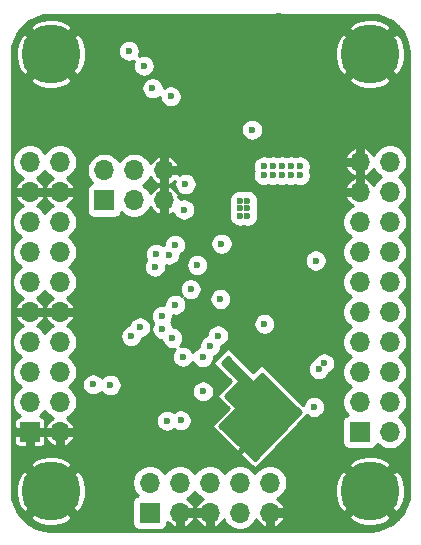
<source format=gbr>
G04 #@! TF.GenerationSoftware,KiCad,Pcbnew,(5.1.5)-3*
G04 #@! TF.CreationDate,2020-08-13T21:18:48+02:00*
G04 #@! TF.ProjectId,STM32 Dev.Board,53544d33-3220-4446-9576-2e426f617264,rev?*
G04 #@! TF.SameCoordinates,Original*
G04 #@! TF.FileFunction,Copper,L3,Inr*
G04 #@! TF.FilePolarity,Positive*
%FSLAX46Y46*%
G04 Gerber Fmt 4.6, Leading zero omitted, Abs format (unit mm)*
G04 Created by KiCad (PCBNEW (5.1.5)-3) date 2020-08-13 21:18:48*
%MOMM*%
%LPD*%
G04 APERTURE LIST*
%ADD10C,0.800000*%
%ADD11C,5.000000*%
%ADD12O,1.700000X1.700000*%
%ADD13R,1.700000X1.700000*%
%ADD14C,0.600000*%
%ADD15C,0.500000*%
%ADD16C,0.254000*%
G04 APERTURE END LIST*
D10*
X162325825Y-129674175D03*
X161000000Y-129125000D03*
X159674175Y-129674175D03*
X159125000Y-131000000D03*
X159674175Y-132325825D03*
X161000000Y-132875000D03*
X162325825Y-132325825D03*
X162875000Y-131000000D03*
D11*
X161000000Y-131000000D03*
D10*
X135325825Y-92674175D03*
X134000000Y-92125000D03*
X132674175Y-92674175D03*
X132125000Y-94000000D03*
X132674175Y-95325825D03*
X134000000Y-95875000D03*
X135325825Y-95325825D03*
X135875000Y-94000000D03*
D11*
X134000000Y-94000000D03*
D10*
X135325825Y-129674175D03*
X134000000Y-129125000D03*
X132674175Y-129674175D03*
X132125000Y-131000000D03*
X132674175Y-132325825D03*
X134000000Y-132875000D03*
X135325825Y-132325825D03*
X135875000Y-131000000D03*
D11*
X134000000Y-131000000D03*
D10*
X162325825Y-92674175D03*
X161000000Y-92125000D03*
X159674175Y-92674175D03*
X159125000Y-94000000D03*
X159674175Y-95325825D03*
X161000000Y-95875000D03*
X162325825Y-95325825D03*
X162875000Y-94000000D03*
D11*
X161000000Y-94000000D03*
D12*
X134747000Y-103124000D03*
X132207000Y-103124000D03*
X134747000Y-105664000D03*
X132207000Y-105664000D03*
X134747000Y-108204000D03*
X132207000Y-108204000D03*
X134747000Y-110744000D03*
X132207000Y-110744000D03*
X134747000Y-113284000D03*
X132207000Y-113284000D03*
X134747000Y-115824000D03*
X132207000Y-115824000D03*
X134747000Y-118364000D03*
X132207000Y-118364000D03*
X134747000Y-120904000D03*
X132207000Y-120904000D03*
X134747000Y-123444000D03*
X132207000Y-123444000D03*
X134747000Y-125984000D03*
D13*
X132207000Y-125984000D03*
D12*
X162687000Y-103124000D03*
X160147000Y-103124000D03*
X162687000Y-105664000D03*
X160147000Y-105664000D03*
X162687000Y-108204000D03*
X160147000Y-108204000D03*
X162687000Y-110744000D03*
X160147000Y-110744000D03*
X162687000Y-113284000D03*
X160147000Y-113284000D03*
X162687000Y-115824000D03*
X160147000Y-115824000D03*
X162687000Y-118364000D03*
X160147000Y-118364000D03*
X162687000Y-120904000D03*
X160147000Y-120904000D03*
X162687000Y-123444000D03*
X160147000Y-123444000D03*
X162687000Y-125984000D03*
D13*
X160147000Y-125984000D03*
D12*
X152527000Y-130276600D03*
X152527000Y-132816600D03*
X149987000Y-130276600D03*
X149987000Y-132816600D03*
X147447000Y-130276600D03*
X147447000Y-132816600D03*
X144907000Y-130276600D03*
X144907000Y-132816600D03*
X142367000Y-130276600D03*
D13*
X142367000Y-132816600D03*
D12*
X143586200Y-103835200D03*
X143586200Y-106375200D03*
X141046200Y-103835200D03*
X141046200Y-106375200D03*
X138506200Y-103835200D03*
D13*
X138506200Y-106375200D03*
D14*
X150495000Y-127254000D03*
X151130000Y-127889000D03*
X152400000Y-111252000D03*
X155956000Y-107696000D03*
X156718000Y-107696000D03*
X157480000Y-107696000D03*
X155067000Y-106807000D03*
X155067000Y-106045000D03*
X155067000Y-107696000D03*
X153289000Y-107442000D03*
X154051000Y-107442000D03*
X153162000Y-111252000D03*
X153924000Y-111252000D03*
X142240000Y-93345000D03*
X143129000Y-92456000D03*
X153289000Y-90805000D03*
X157988000Y-92583000D03*
X144183100Y-100317300D03*
X149479000Y-100711000D03*
X139192000Y-97917000D03*
X152527000Y-107442000D03*
X157200600Y-126796800D03*
X157226000Y-128879600D03*
X146050000Y-124460000D03*
X146939000Y-125095000D03*
X143713200Y-122682000D03*
X143131398Y-123192398D03*
X159766000Y-101600000D03*
X139700000Y-115316000D03*
X138938000Y-116078000D03*
X147421600Y-92633800D03*
X139954000Y-131191000D03*
X152654000Y-96596200D03*
X153314400Y-96596200D03*
X152679400Y-99745800D03*
X153339800Y-99745800D03*
X137566400Y-92735400D03*
X146304000Y-120650000D03*
X141224000Y-114731800D03*
X149504400Y-118465600D03*
X145897600Y-110134400D03*
X153873200Y-124993400D03*
X154432000Y-124409200D03*
X154787600Y-122351800D03*
X155371800Y-121081800D03*
X147243800Y-113411000D03*
X153898600Y-116205000D03*
X140589000Y-93726000D03*
X141859000Y-94996000D03*
X142595600Y-96893380D03*
X152019000Y-103505000D03*
X152019000Y-104267000D03*
X152781000Y-103505000D03*
X152781000Y-104267000D03*
X155067000Y-103505000D03*
X155067000Y-104267000D03*
X149987000Y-106426000D03*
X150622000Y-106426000D03*
X149987000Y-107696000D03*
X150622000Y-107696000D03*
X153543000Y-103505000D03*
X153543000Y-104267000D03*
X149987000Y-107061000D03*
X150622000Y-107061000D03*
X154305000Y-104267000D03*
X154305000Y-103505000D03*
X144132167Y-97581853D03*
X146862800Y-122555000D03*
X144983200Y-125018800D03*
X143814800Y-125044200D03*
X140792200Y-117881400D03*
X141528800Y-117144800D03*
X148437600Y-110058200D03*
X137566400Y-121970800D03*
X139039600Y-122021600D03*
X157124400Y-120192800D03*
X156667200Y-120675400D03*
X156286200Y-123875800D03*
X152069800Y-116840000D03*
X146380200Y-111861600D03*
X156413200Y-111480600D03*
X144272000Y-118033800D03*
X143433800Y-117271800D03*
X143383000Y-116179600D03*
X148132800Y-117830600D03*
X147497800Y-118694200D03*
X146837400Y-119684800D03*
X143992600Y-110972600D03*
X144500600Y-110159800D03*
X142875000Y-110921800D03*
X142798800Y-112014000D03*
X144526000Y-115214400D03*
X145262600Y-107162600D03*
X145161000Y-119634000D03*
X145389600Y-105003600D03*
X148336000Y-114731800D03*
X151028400Y-100406200D03*
X145826190Y-113905468D03*
D15*
X150195001Y-127553999D02*
X150495000Y-127254000D01*
X150195001Y-127553999D02*
X149733000Y-128016000D01*
D16*
G36*
X151040197Y-121755803D02*
G01*
X151059443Y-121771597D01*
X151081399Y-121783333D01*
X151105224Y-121790560D01*
X151130000Y-121793000D01*
X151154776Y-121790560D01*
X151178601Y-121783333D01*
X151200557Y-121771597D01*
X151221287Y-121754294D01*
X151881205Y-121072005D01*
X155163255Y-124325159D01*
X153756076Y-125794560D01*
X153755834Y-125794814D01*
X151298949Y-128374544D01*
X151215324Y-128302865D01*
X148263537Y-125474069D01*
X149695803Y-124041803D01*
X149711597Y-124022557D01*
X149723333Y-124000601D01*
X149730560Y-123976776D01*
X149733000Y-123952000D01*
X149730560Y-123927224D01*
X149723333Y-123903399D01*
X149711597Y-123881443D01*
X149695803Y-123862197D01*
X148769606Y-122936000D01*
X149949803Y-121755803D01*
X149965597Y-121736557D01*
X149977333Y-121714601D01*
X149984560Y-121690776D01*
X149987000Y-121666000D01*
X149984560Y-121641224D01*
X149977333Y-121617399D01*
X149965597Y-121595443D01*
X149949803Y-121576197D01*
X148515606Y-120142000D01*
X148971000Y-119686606D01*
X151040197Y-121755803D01*
G37*
X151040197Y-121755803D02*
X151059443Y-121771597D01*
X151081399Y-121783333D01*
X151105224Y-121790560D01*
X151130000Y-121793000D01*
X151154776Y-121790560D01*
X151178601Y-121783333D01*
X151200557Y-121771597D01*
X151221287Y-121754294D01*
X151881205Y-121072005D01*
X155163255Y-124325159D01*
X153756076Y-125794560D01*
X153755834Y-125794814D01*
X151298949Y-128374544D01*
X151215324Y-128302865D01*
X148263537Y-125474069D01*
X149695803Y-124041803D01*
X149711597Y-124022557D01*
X149723333Y-124000601D01*
X149730560Y-123976776D01*
X149733000Y-123952000D01*
X149730560Y-123927224D01*
X149723333Y-123903399D01*
X149711597Y-123881443D01*
X149695803Y-123862197D01*
X148769606Y-122936000D01*
X149949803Y-121755803D01*
X149965597Y-121736557D01*
X149977333Y-121714601D01*
X149984560Y-121690776D01*
X149987000Y-121666000D01*
X149984560Y-121641224D01*
X149977333Y-121617399D01*
X149965597Y-121595443D01*
X149949803Y-121576197D01*
X148515606Y-120142000D01*
X148971000Y-119686606D01*
X151040197Y-121755803D01*
G36*
X161648126Y-90726714D02*
G01*
X162271572Y-90914943D01*
X162846579Y-91220681D01*
X163351247Y-91632279D01*
X163766362Y-92134067D01*
X164076105Y-92706924D01*
X164268682Y-93329039D01*
X164340000Y-94007584D01*
X164340001Y-130967711D01*
X164273286Y-131648126D01*
X164085057Y-132271570D01*
X163779323Y-132846573D01*
X163367721Y-133351248D01*
X162865933Y-133766362D01*
X162293077Y-134076104D01*
X161670961Y-134268682D01*
X160992417Y-134340000D01*
X134032279Y-134340000D01*
X133351874Y-134273286D01*
X132728430Y-134085057D01*
X132153427Y-133779323D01*
X131648752Y-133367721D01*
X131513345Y-133204041D01*
X132182039Y-133204041D01*
X132481758Y-133554136D01*
X133009218Y-133801254D01*
X133574753Y-133940720D01*
X134156631Y-133967176D01*
X134732488Y-133879605D01*
X135280197Y-133681373D01*
X135518242Y-133554136D01*
X135817961Y-133204041D01*
X134000000Y-131386080D01*
X132182039Y-133204041D01*
X131513345Y-133204041D01*
X131233638Y-132865933D01*
X130923896Y-132293077D01*
X130731318Y-131670961D01*
X130677260Y-131156631D01*
X131032824Y-131156631D01*
X131120395Y-131732488D01*
X131318627Y-132280197D01*
X131445864Y-132518242D01*
X131795959Y-132817961D01*
X133613920Y-131000000D01*
X134386080Y-131000000D01*
X136204041Y-132817961D01*
X136554136Y-132518242D01*
X136801254Y-131990782D01*
X136807217Y-131966600D01*
X140878928Y-131966600D01*
X140878928Y-133666600D01*
X140891188Y-133791082D01*
X140927498Y-133910780D01*
X140986463Y-134021094D01*
X141065815Y-134117785D01*
X141162506Y-134197137D01*
X141272820Y-134256102D01*
X141392518Y-134292412D01*
X141517000Y-134304672D01*
X143217000Y-134304672D01*
X143341482Y-134292412D01*
X143461180Y-134256102D01*
X143571494Y-134197137D01*
X143668185Y-134117785D01*
X143747537Y-134021094D01*
X143806502Y-133910780D01*
X143842812Y-133791082D01*
X143855072Y-133666600D01*
X143855072Y-133582826D01*
X143959812Y-133717219D01*
X144153714Y-133884701D01*
X144376564Y-134011137D01*
X144437411Y-134036328D01*
X144634000Y-133977687D01*
X144634000Y-133089600D01*
X145180000Y-133089600D01*
X145180000Y-133977687D01*
X145376589Y-134036328D01*
X145437436Y-134011137D01*
X145660286Y-133884701D01*
X145854188Y-133717219D01*
X146011690Y-133515127D01*
X146126740Y-133286191D01*
X146227260Y-133286191D01*
X146342310Y-133515127D01*
X146499812Y-133717219D01*
X146693714Y-133884701D01*
X146916564Y-134011137D01*
X146977411Y-134036328D01*
X147174000Y-133977687D01*
X147174000Y-133089600D01*
X146283067Y-133089600D01*
X146227260Y-133286191D01*
X146126740Y-133286191D01*
X146070933Y-133089600D01*
X145180000Y-133089600D01*
X144634000Y-133089600D01*
X144614000Y-133089600D01*
X144614000Y-132543600D01*
X144634000Y-132543600D01*
X144634000Y-132523600D01*
X145180000Y-132523600D01*
X145180000Y-132543600D01*
X146070933Y-132543600D01*
X146126740Y-132347009D01*
X146011690Y-132118073D01*
X145854188Y-131915981D01*
X145660286Y-131748499D01*
X145480403Y-131646441D01*
X145610411Y-131592590D01*
X145853632Y-131430075D01*
X146060475Y-131223232D01*
X146177000Y-131048840D01*
X146293525Y-131223232D01*
X146500368Y-131430075D01*
X146743589Y-131592590D01*
X146873597Y-131646441D01*
X146693714Y-131748499D01*
X146499812Y-131915981D01*
X146342310Y-132118073D01*
X146227260Y-132347009D01*
X146283067Y-132543600D01*
X147174000Y-132543600D01*
X147174000Y-132523600D01*
X147720000Y-132523600D01*
X147720000Y-132543600D01*
X147740000Y-132543600D01*
X147740000Y-133089600D01*
X147720000Y-133089600D01*
X147720000Y-133977687D01*
X147916589Y-134036328D01*
X147977436Y-134011137D01*
X148200286Y-133884701D01*
X148394188Y-133717219D01*
X148551690Y-133515127D01*
X148615989Y-133387179D01*
X148671010Y-133520011D01*
X148833525Y-133763232D01*
X149040368Y-133970075D01*
X149283589Y-134132590D01*
X149553842Y-134244532D01*
X149840740Y-134301600D01*
X150133260Y-134301600D01*
X150420158Y-134244532D01*
X150690411Y-134132590D01*
X150933632Y-133970075D01*
X151140475Y-133763232D01*
X151302990Y-133520011D01*
X151358011Y-133387179D01*
X151422310Y-133515127D01*
X151579812Y-133717219D01*
X151773714Y-133884701D01*
X151996564Y-134011137D01*
X152057411Y-134036328D01*
X152254000Y-133977687D01*
X152254000Y-133089600D01*
X152800000Y-133089600D01*
X152800000Y-133977687D01*
X152996589Y-134036328D01*
X153057436Y-134011137D01*
X153280286Y-133884701D01*
X153474188Y-133717219D01*
X153631690Y-133515127D01*
X153746740Y-133286191D01*
X153723420Y-133204041D01*
X159182039Y-133204041D01*
X159481758Y-133554136D01*
X160009218Y-133801254D01*
X160574753Y-133940720D01*
X161156631Y-133967176D01*
X161732488Y-133879605D01*
X162280197Y-133681373D01*
X162518242Y-133554136D01*
X162817961Y-133204041D01*
X161000000Y-131386080D01*
X159182039Y-133204041D01*
X153723420Y-133204041D01*
X153690933Y-133089600D01*
X152800000Y-133089600D01*
X152254000Y-133089600D01*
X152234000Y-133089600D01*
X152234000Y-132543600D01*
X152254000Y-132543600D01*
X152254000Y-132523600D01*
X152800000Y-132523600D01*
X152800000Y-132543600D01*
X153690933Y-132543600D01*
X153746740Y-132347009D01*
X153631690Y-132118073D01*
X153474188Y-131915981D01*
X153280286Y-131748499D01*
X153100403Y-131646441D01*
X153230411Y-131592590D01*
X153473632Y-131430075D01*
X153680475Y-131223232D01*
X153724976Y-131156631D01*
X158032824Y-131156631D01*
X158120395Y-131732488D01*
X158318627Y-132280197D01*
X158445864Y-132518242D01*
X158795959Y-132817961D01*
X160613920Y-131000000D01*
X161386080Y-131000000D01*
X163204041Y-132817961D01*
X163554136Y-132518242D01*
X163801254Y-131990782D01*
X163940720Y-131425247D01*
X163967176Y-130843369D01*
X163879605Y-130267512D01*
X163681373Y-129719803D01*
X163554136Y-129481758D01*
X163204041Y-129182039D01*
X161386080Y-131000000D01*
X160613920Y-131000000D01*
X158795959Y-129182039D01*
X158445864Y-129481758D01*
X158198746Y-130009218D01*
X158059280Y-130574753D01*
X158032824Y-131156631D01*
X153724976Y-131156631D01*
X153842990Y-130980011D01*
X153954932Y-130709758D01*
X154012000Y-130422860D01*
X154012000Y-130130340D01*
X153954932Y-129843442D01*
X153842990Y-129573189D01*
X153680475Y-129329968D01*
X153473632Y-129123125D01*
X153230411Y-128960610D01*
X152960158Y-128848668D01*
X152695175Y-128795959D01*
X159182039Y-128795959D01*
X161000000Y-130613920D01*
X162817961Y-128795959D01*
X162518242Y-128445864D01*
X161990782Y-128198746D01*
X161425247Y-128059280D01*
X160843369Y-128032824D01*
X160267512Y-128120395D01*
X159719803Y-128318627D01*
X159481758Y-128445864D01*
X159182039Y-128795959D01*
X152695175Y-128795959D01*
X152673260Y-128791600D01*
X152380740Y-128791600D01*
X152093842Y-128848668D01*
X151823589Y-128960610D01*
X151580368Y-129123125D01*
X151373525Y-129329968D01*
X151257000Y-129504360D01*
X151140475Y-129329968D01*
X150933632Y-129123125D01*
X150690411Y-128960610D01*
X150420158Y-128848668D01*
X150133260Y-128791600D01*
X149840740Y-128791600D01*
X149553842Y-128848668D01*
X149283589Y-128960610D01*
X149040368Y-129123125D01*
X148833525Y-129329968D01*
X148717000Y-129504360D01*
X148600475Y-129329968D01*
X148393632Y-129123125D01*
X148150411Y-128960610D01*
X147880158Y-128848668D01*
X147593260Y-128791600D01*
X147300740Y-128791600D01*
X147013842Y-128848668D01*
X146743589Y-128960610D01*
X146500368Y-129123125D01*
X146293525Y-129329968D01*
X146177000Y-129504360D01*
X146060475Y-129329968D01*
X145853632Y-129123125D01*
X145610411Y-128960610D01*
X145340158Y-128848668D01*
X145053260Y-128791600D01*
X144760740Y-128791600D01*
X144473842Y-128848668D01*
X144203589Y-128960610D01*
X143960368Y-129123125D01*
X143753525Y-129329968D01*
X143637000Y-129504360D01*
X143520475Y-129329968D01*
X143313632Y-129123125D01*
X143070411Y-128960610D01*
X142800158Y-128848668D01*
X142513260Y-128791600D01*
X142220740Y-128791600D01*
X141933842Y-128848668D01*
X141663589Y-128960610D01*
X141420368Y-129123125D01*
X141213525Y-129329968D01*
X141051010Y-129573189D01*
X140939068Y-129843442D01*
X140882000Y-130130340D01*
X140882000Y-130422860D01*
X140939068Y-130709758D01*
X141051010Y-130980011D01*
X141213525Y-131223232D01*
X141345380Y-131355087D01*
X141272820Y-131377098D01*
X141162506Y-131436063D01*
X141065815Y-131515415D01*
X140986463Y-131612106D01*
X140927498Y-131722420D01*
X140891188Y-131842118D01*
X140878928Y-131966600D01*
X136807217Y-131966600D01*
X136940720Y-131425247D01*
X136967176Y-130843369D01*
X136879605Y-130267512D01*
X136681373Y-129719803D01*
X136554136Y-129481758D01*
X136204041Y-129182039D01*
X134386080Y-131000000D01*
X133613920Y-131000000D01*
X131795959Y-129182039D01*
X131445864Y-129481758D01*
X131198746Y-130009218D01*
X131059280Y-130574753D01*
X131032824Y-131156631D01*
X130677260Y-131156631D01*
X130660000Y-130992417D01*
X130660000Y-128795959D01*
X132182039Y-128795959D01*
X134000000Y-130613920D01*
X135817961Y-128795959D01*
X135518242Y-128445864D01*
X134990782Y-128198746D01*
X134425247Y-128059280D01*
X133843369Y-128032824D01*
X133267512Y-128120395D01*
X132719803Y-128318627D01*
X132481758Y-128445864D01*
X132182039Y-128795959D01*
X130660000Y-128795959D01*
X130660000Y-126834000D01*
X130897789Y-126834000D01*
X130906613Y-126923588D01*
X130932744Y-127009732D01*
X130975180Y-127089124D01*
X131032289Y-127158711D01*
X131101876Y-127215820D01*
X131181268Y-127258256D01*
X131267412Y-127284387D01*
X131357000Y-127293211D01*
X131819750Y-127291000D01*
X131934000Y-127176750D01*
X131934000Y-126257000D01*
X132480000Y-126257000D01*
X132480000Y-127176750D01*
X132594250Y-127291000D01*
X133057000Y-127293211D01*
X133146588Y-127284387D01*
X133232732Y-127258256D01*
X133312124Y-127215820D01*
X133381711Y-127158711D01*
X133438820Y-127089124D01*
X133481256Y-127009732D01*
X133507387Y-126923588D01*
X133516211Y-126834000D01*
X133514394Y-126453589D01*
X133527272Y-126453589D01*
X133552463Y-126514436D01*
X133678899Y-126737286D01*
X133846381Y-126931188D01*
X134048473Y-127088690D01*
X134277409Y-127203740D01*
X134474000Y-127147933D01*
X134474000Y-126257000D01*
X135020000Y-126257000D01*
X135020000Y-127147933D01*
X135216591Y-127203740D01*
X135445527Y-127088690D01*
X135647619Y-126931188D01*
X135815101Y-126737286D01*
X135941537Y-126514436D01*
X135966728Y-126453589D01*
X135908087Y-126257000D01*
X135020000Y-126257000D01*
X134474000Y-126257000D01*
X133585913Y-126257000D01*
X133527272Y-126453589D01*
X133514394Y-126453589D01*
X133514000Y-126371250D01*
X133399750Y-126257000D01*
X132480000Y-126257000D01*
X131934000Y-126257000D01*
X131014250Y-126257000D01*
X130900000Y-126371250D01*
X130897789Y-126834000D01*
X130660000Y-126834000D01*
X130660000Y-118217740D01*
X130722000Y-118217740D01*
X130722000Y-118510260D01*
X130779068Y-118797158D01*
X130891010Y-119067411D01*
X131053525Y-119310632D01*
X131260368Y-119517475D01*
X131434760Y-119634000D01*
X131260368Y-119750525D01*
X131053525Y-119957368D01*
X130891010Y-120200589D01*
X130779068Y-120470842D01*
X130722000Y-120757740D01*
X130722000Y-121050260D01*
X130779068Y-121337158D01*
X130891010Y-121607411D01*
X131053525Y-121850632D01*
X131260368Y-122057475D01*
X131434760Y-122174000D01*
X131260368Y-122290525D01*
X131053525Y-122497368D01*
X130891010Y-122740589D01*
X130779068Y-123010842D01*
X130722000Y-123297740D01*
X130722000Y-123590260D01*
X130779068Y-123877158D01*
X130891010Y-124147411D01*
X131053525Y-124390632D01*
X131260368Y-124597475D01*
X131376214Y-124674881D01*
X131357000Y-124674789D01*
X131267412Y-124683613D01*
X131181268Y-124709744D01*
X131101876Y-124752180D01*
X131032289Y-124809289D01*
X130975180Y-124878876D01*
X130932744Y-124958268D01*
X130906613Y-125044412D01*
X130897789Y-125134000D01*
X130900000Y-125596750D01*
X131014250Y-125711000D01*
X131934000Y-125711000D01*
X131934000Y-125691000D01*
X132480000Y-125691000D01*
X132480000Y-125711000D01*
X133399750Y-125711000D01*
X133514000Y-125596750D01*
X133516211Y-125134000D01*
X133507387Y-125044412D01*
X133481256Y-124958268D01*
X133438820Y-124878876D01*
X133381711Y-124809289D01*
X133312124Y-124752180D01*
X133232732Y-124709744D01*
X133146588Y-124683613D01*
X133057000Y-124674789D01*
X133037786Y-124674881D01*
X133153632Y-124597475D01*
X133360475Y-124390632D01*
X133477000Y-124216240D01*
X133593525Y-124390632D01*
X133800368Y-124597475D01*
X134043589Y-124759990D01*
X134176421Y-124815011D01*
X134048473Y-124879310D01*
X133846381Y-125036812D01*
X133678899Y-125230714D01*
X133552463Y-125453564D01*
X133527272Y-125514411D01*
X133585913Y-125711000D01*
X134474000Y-125711000D01*
X134474000Y-125691000D01*
X135020000Y-125691000D01*
X135020000Y-125711000D01*
X135908087Y-125711000D01*
X135966728Y-125514411D01*
X135941537Y-125453564D01*
X135815101Y-125230714D01*
X135647619Y-125036812D01*
X135538939Y-124952111D01*
X142879800Y-124952111D01*
X142879800Y-125136289D01*
X142915732Y-125316929D01*
X142986214Y-125487089D01*
X143088538Y-125640228D01*
X143218772Y-125770462D01*
X143371911Y-125872786D01*
X143542071Y-125943268D01*
X143722711Y-125979200D01*
X143906889Y-125979200D01*
X144087529Y-125943268D01*
X144257689Y-125872786D01*
X144410828Y-125770462D01*
X144416579Y-125764711D01*
X144540311Y-125847386D01*
X144710471Y-125917868D01*
X144891111Y-125953800D01*
X145075289Y-125953800D01*
X145255929Y-125917868D01*
X145426089Y-125847386D01*
X145579228Y-125745062D01*
X145709462Y-125614828D01*
X145792796Y-125490109D01*
X147588000Y-125490109D01*
X147590462Y-125514884D01*
X147597709Y-125538702D01*
X147609464Y-125560648D01*
X147625197Y-125579803D01*
X149376497Y-127331103D01*
X149380132Y-127334595D01*
X151208932Y-129023695D01*
X151228788Y-129038713D01*
X151251193Y-129049569D01*
X151275286Y-129055845D01*
X151300139Y-129057300D01*
X151324799Y-129053879D01*
X151348318Y-129045712D01*
X151369792Y-129033114D01*
X151386925Y-129018133D01*
X155097949Y-125134000D01*
X158658928Y-125134000D01*
X158658928Y-126834000D01*
X158671188Y-126958482D01*
X158707498Y-127078180D01*
X158766463Y-127188494D01*
X158845815Y-127285185D01*
X158942506Y-127364537D01*
X159052820Y-127423502D01*
X159172518Y-127459812D01*
X159297000Y-127472072D01*
X160997000Y-127472072D01*
X161121482Y-127459812D01*
X161241180Y-127423502D01*
X161351494Y-127364537D01*
X161448185Y-127285185D01*
X161527537Y-127188494D01*
X161586502Y-127078180D01*
X161608513Y-127005620D01*
X161740368Y-127137475D01*
X161983589Y-127299990D01*
X162253842Y-127411932D01*
X162540740Y-127469000D01*
X162833260Y-127469000D01*
X163120158Y-127411932D01*
X163390411Y-127299990D01*
X163633632Y-127137475D01*
X163840475Y-126930632D01*
X164002990Y-126687411D01*
X164114932Y-126417158D01*
X164172000Y-126130260D01*
X164172000Y-125837740D01*
X164114932Y-125550842D01*
X164002990Y-125280589D01*
X163840475Y-125037368D01*
X163633632Y-124830525D01*
X163459240Y-124714000D01*
X163633632Y-124597475D01*
X163840475Y-124390632D01*
X164002990Y-124147411D01*
X164114932Y-123877158D01*
X164172000Y-123590260D01*
X164172000Y-123297740D01*
X164114932Y-123010842D01*
X164002990Y-122740589D01*
X163840475Y-122497368D01*
X163633632Y-122290525D01*
X163459240Y-122174000D01*
X163633632Y-122057475D01*
X163840475Y-121850632D01*
X164002990Y-121607411D01*
X164114932Y-121337158D01*
X164172000Y-121050260D01*
X164172000Y-120757740D01*
X164114932Y-120470842D01*
X164002990Y-120200589D01*
X163840475Y-119957368D01*
X163633632Y-119750525D01*
X163459240Y-119634000D01*
X163633632Y-119517475D01*
X163840475Y-119310632D01*
X164002990Y-119067411D01*
X164114932Y-118797158D01*
X164172000Y-118510260D01*
X164172000Y-118217740D01*
X164114932Y-117930842D01*
X164002990Y-117660589D01*
X163840475Y-117417368D01*
X163633632Y-117210525D01*
X163459240Y-117094000D01*
X163633632Y-116977475D01*
X163840475Y-116770632D01*
X164002990Y-116527411D01*
X164114932Y-116257158D01*
X164172000Y-115970260D01*
X164172000Y-115677740D01*
X164114932Y-115390842D01*
X164002990Y-115120589D01*
X163840475Y-114877368D01*
X163633632Y-114670525D01*
X163459240Y-114554000D01*
X163633632Y-114437475D01*
X163840475Y-114230632D01*
X164002990Y-113987411D01*
X164114932Y-113717158D01*
X164172000Y-113430260D01*
X164172000Y-113137740D01*
X164114932Y-112850842D01*
X164002990Y-112580589D01*
X163840475Y-112337368D01*
X163633632Y-112130525D01*
X163459240Y-112014000D01*
X163633632Y-111897475D01*
X163840475Y-111690632D01*
X164002990Y-111447411D01*
X164114932Y-111177158D01*
X164172000Y-110890260D01*
X164172000Y-110597740D01*
X164114932Y-110310842D01*
X164002990Y-110040589D01*
X163840475Y-109797368D01*
X163633632Y-109590525D01*
X163459240Y-109474000D01*
X163633632Y-109357475D01*
X163840475Y-109150632D01*
X164002990Y-108907411D01*
X164114932Y-108637158D01*
X164172000Y-108350260D01*
X164172000Y-108057740D01*
X164114932Y-107770842D01*
X164002990Y-107500589D01*
X163840475Y-107257368D01*
X163633632Y-107050525D01*
X163459240Y-106934000D01*
X163633632Y-106817475D01*
X163840475Y-106610632D01*
X164002990Y-106367411D01*
X164114932Y-106097158D01*
X164172000Y-105810260D01*
X164172000Y-105517740D01*
X164114932Y-105230842D01*
X164002990Y-104960589D01*
X163840475Y-104717368D01*
X163633632Y-104510525D01*
X163459240Y-104394000D01*
X163633632Y-104277475D01*
X163840475Y-104070632D01*
X164002990Y-103827411D01*
X164114932Y-103557158D01*
X164172000Y-103270260D01*
X164172000Y-102977740D01*
X164114932Y-102690842D01*
X164002990Y-102420589D01*
X163840475Y-102177368D01*
X163633632Y-101970525D01*
X163390411Y-101808010D01*
X163120158Y-101696068D01*
X162833260Y-101639000D01*
X162540740Y-101639000D01*
X162253842Y-101696068D01*
X161983589Y-101808010D01*
X161740368Y-101970525D01*
X161533525Y-102177368D01*
X161371010Y-102420589D01*
X161317159Y-102550597D01*
X161215101Y-102370714D01*
X161047619Y-102176812D01*
X160845527Y-102019310D01*
X160616591Y-101904260D01*
X160420000Y-101960067D01*
X160420000Y-102851000D01*
X160440000Y-102851000D01*
X160440000Y-103397000D01*
X160420000Y-103397000D01*
X160420000Y-104287933D01*
X160616591Y-104343740D01*
X160845527Y-104228690D01*
X161047619Y-104071188D01*
X161215101Y-103877286D01*
X161317159Y-103697403D01*
X161371010Y-103827411D01*
X161533525Y-104070632D01*
X161740368Y-104277475D01*
X161914760Y-104394000D01*
X161740368Y-104510525D01*
X161533525Y-104717368D01*
X161371010Y-104960589D01*
X161317159Y-105090597D01*
X161215101Y-104910714D01*
X161047619Y-104716812D01*
X160845527Y-104559310D01*
X160616591Y-104444260D01*
X160420000Y-104500067D01*
X160420000Y-105391000D01*
X160440000Y-105391000D01*
X160440000Y-105937000D01*
X160420000Y-105937000D01*
X160420000Y-105957000D01*
X159874000Y-105957000D01*
X159874000Y-105937000D01*
X158985913Y-105937000D01*
X158927272Y-106133589D01*
X158952463Y-106194436D01*
X159078899Y-106417286D01*
X159246381Y-106611188D01*
X159448473Y-106768690D01*
X159576421Y-106832989D01*
X159443589Y-106888010D01*
X159200368Y-107050525D01*
X158993525Y-107257368D01*
X158831010Y-107500589D01*
X158719068Y-107770842D01*
X158662000Y-108057740D01*
X158662000Y-108350260D01*
X158719068Y-108637158D01*
X158831010Y-108907411D01*
X158993525Y-109150632D01*
X159200368Y-109357475D01*
X159374760Y-109474000D01*
X159200368Y-109590525D01*
X158993525Y-109797368D01*
X158831010Y-110040589D01*
X158719068Y-110310842D01*
X158662000Y-110597740D01*
X158662000Y-110890260D01*
X158719068Y-111177158D01*
X158831010Y-111447411D01*
X158993525Y-111690632D01*
X159200368Y-111897475D01*
X159374760Y-112014000D01*
X159200368Y-112130525D01*
X158993525Y-112337368D01*
X158831010Y-112580589D01*
X158719068Y-112850842D01*
X158662000Y-113137740D01*
X158662000Y-113430260D01*
X158719068Y-113717158D01*
X158831010Y-113987411D01*
X158993525Y-114230632D01*
X159200368Y-114437475D01*
X159374760Y-114554000D01*
X159200368Y-114670525D01*
X158993525Y-114877368D01*
X158831010Y-115120589D01*
X158719068Y-115390842D01*
X158662000Y-115677740D01*
X158662000Y-115970260D01*
X158719068Y-116257158D01*
X158831010Y-116527411D01*
X158993525Y-116770632D01*
X159200368Y-116977475D01*
X159374760Y-117094000D01*
X159200368Y-117210525D01*
X158993525Y-117417368D01*
X158831010Y-117660589D01*
X158719068Y-117930842D01*
X158662000Y-118217740D01*
X158662000Y-118510260D01*
X158719068Y-118797158D01*
X158831010Y-119067411D01*
X158993525Y-119310632D01*
X159200368Y-119517475D01*
X159374760Y-119634000D01*
X159200368Y-119750525D01*
X158993525Y-119957368D01*
X158831010Y-120200589D01*
X158719068Y-120470842D01*
X158662000Y-120757740D01*
X158662000Y-121050260D01*
X158719068Y-121337158D01*
X158831010Y-121607411D01*
X158993525Y-121850632D01*
X159200368Y-122057475D01*
X159374760Y-122174000D01*
X159200368Y-122290525D01*
X158993525Y-122497368D01*
X158831010Y-122740589D01*
X158719068Y-123010842D01*
X158662000Y-123297740D01*
X158662000Y-123590260D01*
X158719068Y-123877158D01*
X158831010Y-124147411D01*
X158993525Y-124390632D01*
X159125380Y-124522487D01*
X159052820Y-124544498D01*
X158942506Y-124603463D01*
X158845815Y-124682815D01*
X158766463Y-124779506D01*
X158707498Y-124889820D01*
X158671188Y-125009518D01*
X158658928Y-125134000D01*
X155097949Y-125134000D01*
X155647219Y-124559109D01*
X155690172Y-124602062D01*
X155843311Y-124704386D01*
X156013471Y-124774868D01*
X156194111Y-124810800D01*
X156378289Y-124810800D01*
X156558929Y-124774868D01*
X156729089Y-124704386D01*
X156882228Y-124602062D01*
X157012462Y-124471828D01*
X157114786Y-124318689D01*
X157185268Y-124148529D01*
X157221200Y-123967889D01*
X157221200Y-123783711D01*
X157185268Y-123603071D01*
X157114786Y-123432911D01*
X157012462Y-123279772D01*
X156882228Y-123149538D01*
X156729089Y-123047214D01*
X156558929Y-122976732D01*
X156378289Y-122940800D01*
X156194111Y-122940800D01*
X156013471Y-122976732D01*
X155843311Y-123047214D01*
X155690172Y-123149538D01*
X155559938Y-123279772D01*
X155457614Y-123432911D01*
X155387132Y-123603071D01*
X155365369Y-123712477D01*
X152219905Y-120583311D01*
X155732200Y-120583311D01*
X155732200Y-120767489D01*
X155768132Y-120948129D01*
X155838614Y-121118289D01*
X155940938Y-121271428D01*
X156071172Y-121401662D01*
X156224311Y-121503986D01*
X156394471Y-121574468D01*
X156575111Y-121610400D01*
X156759289Y-121610400D01*
X156939929Y-121574468D01*
X157110089Y-121503986D01*
X157263228Y-121401662D01*
X157393462Y-121271428D01*
X157495786Y-121118289D01*
X157529428Y-121037068D01*
X157567289Y-121021386D01*
X157720428Y-120919062D01*
X157850662Y-120788828D01*
X157952986Y-120635689D01*
X158023468Y-120465529D01*
X158059400Y-120284889D01*
X158059400Y-120100711D01*
X158023468Y-119920071D01*
X157952986Y-119749911D01*
X157850662Y-119596772D01*
X157720428Y-119466538D01*
X157567289Y-119364214D01*
X157397129Y-119293732D01*
X157216489Y-119257800D01*
X157032311Y-119257800D01*
X156851671Y-119293732D01*
X156681511Y-119364214D01*
X156528372Y-119466538D01*
X156398138Y-119596772D01*
X156295814Y-119749911D01*
X156262172Y-119831132D01*
X156224311Y-119846814D01*
X156071172Y-119949138D01*
X155940938Y-120079372D01*
X155838614Y-120232511D01*
X155768132Y-120402671D01*
X155732200Y-120583311D01*
X152219905Y-120583311D01*
X151942319Y-120307164D01*
X151923033Y-120291420D01*
X151901046Y-120279741D01*
X151877203Y-120272576D01*
X151852420Y-120270200D01*
X151827650Y-120272705D01*
X151803845Y-120279994D01*
X151781919Y-120291787D01*
X151763148Y-120307197D01*
X151130000Y-120937520D01*
X149082827Y-118899472D01*
X149063546Y-118883721D01*
X149041564Y-118872034D01*
X149017723Y-118864860D01*
X148992941Y-118862475D01*
X148968170Y-118864971D01*
X148944362Y-118872251D01*
X148922432Y-118884036D01*
X148903422Y-118899672D01*
X147757247Y-120045847D01*
X147741453Y-120065093D01*
X147729717Y-120087049D01*
X147722490Y-120110874D01*
X147720050Y-120135650D01*
X147722490Y-120160426D01*
X147729717Y-120184251D01*
X147741453Y-120206207D01*
X147757773Y-120225976D01*
X149225368Y-121676526D01*
X148065697Y-122836197D01*
X148049903Y-122855443D01*
X148038167Y-122877399D01*
X148030940Y-122901224D01*
X148028500Y-122926000D01*
X148030940Y-122950776D01*
X148038167Y-122974601D01*
X148049903Y-122996557D01*
X148066467Y-123016566D01*
X149044704Y-123978247D01*
X147625120Y-125400275D01*
X147609343Y-125419533D01*
X147597626Y-125441500D01*
X147590419Y-125465331D01*
X147588000Y-125490109D01*
X145792796Y-125490109D01*
X145811786Y-125461689D01*
X145882268Y-125291529D01*
X145918200Y-125110889D01*
X145918200Y-124926711D01*
X145882268Y-124746071D01*
X145811786Y-124575911D01*
X145709462Y-124422772D01*
X145579228Y-124292538D01*
X145426089Y-124190214D01*
X145255929Y-124119732D01*
X145075289Y-124083800D01*
X144891111Y-124083800D01*
X144710471Y-124119732D01*
X144540311Y-124190214D01*
X144387172Y-124292538D01*
X144381421Y-124298289D01*
X144257689Y-124215614D01*
X144087529Y-124145132D01*
X143906889Y-124109200D01*
X143722711Y-124109200D01*
X143542071Y-124145132D01*
X143371911Y-124215614D01*
X143218772Y-124317938D01*
X143088538Y-124448172D01*
X142986214Y-124601311D01*
X142915732Y-124771471D01*
X142879800Y-124952111D01*
X135538939Y-124952111D01*
X135445527Y-124879310D01*
X135317579Y-124815011D01*
X135450411Y-124759990D01*
X135693632Y-124597475D01*
X135900475Y-124390632D01*
X136062990Y-124147411D01*
X136174932Y-123877158D01*
X136232000Y-123590260D01*
X136232000Y-123297740D01*
X136174932Y-123010842D01*
X136062990Y-122740589D01*
X135900475Y-122497368D01*
X135693632Y-122290525D01*
X135519240Y-122174000D01*
X135693632Y-122057475D01*
X135872396Y-121878711D01*
X136631400Y-121878711D01*
X136631400Y-122062889D01*
X136667332Y-122243529D01*
X136737814Y-122413689D01*
X136840138Y-122566828D01*
X136970372Y-122697062D01*
X137123511Y-122799386D01*
X137293671Y-122869868D01*
X137474311Y-122905800D01*
X137658489Y-122905800D01*
X137839129Y-122869868D01*
X138009289Y-122799386D01*
X138162428Y-122697062D01*
X138284709Y-122574781D01*
X138313338Y-122617628D01*
X138443572Y-122747862D01*
X138596711Y-122850186D01*
X138766871Y-122920668D01*
X138947511Y-122956600D01*
X139131689Y-122956600D01*
X139312329Y-122920668D01*
X139482489Y-122850186D01*
X139635628Y-122747862D01*
X139765862Y-122617628D01*
X139868186Y-122464489D01*
X139868839Y-122462911D01*
X145927800Y-122462911D01*
X145927800Y-122647089D01*
X145963732Y-122827729D01*
X146034214Y-122997889D01*
X146136538Y-123151028D01*
X146266772Y-123281262D01*
X146419911Y-123383586D01*
X146590071Y-123454068D01*
X146770711Y-123490000D01*
X146954889Y-123490000D01*
X147135529Y-123454068D01*
X147305689Y-123383586D01*
X147458828Y-123281262D01*
X147589062Y-123151028D01*
X147691386Y-122997889D01*
X147761868Y-122827729D01*
X147797800Y-122647089D01*
X147797800Y-122462911D01*
X147761868Y-122282271D01*
X147691386Y-122112111D01*
X147589062Y-121958972D01*
X147458828Y-121828738D01*
X147305689Y-121726414D01*
X147135529Y-121655932D01*
X146954889Y-121620000D01*
X146770711Y-121620000D01*
X146590071Y-121655932D01*
X146419911Y-121726414D01*
X146266772Y-121828738D01*
X146136538Y-121958972D01*
X146034214Y-122112111D01*
X145963732Y-122282271D01*
X145927800Y-122462911D01*
X139868839Y-122462911D01*
X139938668Y-122294329D01*
X139974600Y-122113689D01*
X139974600Y-121929511D01*
X139938668Y-121748871D01*
X139868186Y-121578711D01*
X139765862Y-121425572D01*
X139635628Y-121295338D01*
X139482489Y-121193014D01*
X139312329Y-121122532D01*
X139131689Y-121086600D01*
X138947511Y-121086600D01*
X138766871Y-121122532D01*
X138596711Y-121193014D01*
X138443572Y-121295338D01*
X138321291Y-121417619D01*
X138292662Y-121374772D01*
X138162428Y-121244538D01*
X138009289Y-121142214D01*
X137839129Y-121071732D01*
X137658489Y-121035800D01*
X137474311Y-121035800D01*
X137293671Y-121071732D01*
X137123511Y-121142214D01*
X136970372Y-121244538D01*
X136840138Y-121374772D01*
X136737814Y-121527911D01*
X136667332Y-121698071D01*
X136631400Y-121878711D01*
X135872396Y-121878711D01*
X135900475Y-121850632D01*
X136062990Y-121607411D01*
X136174932Y-121337158D01*
X136232000Y-121050260D01*
X136232000Y-120757740D01*
X136174932Y-120470842D01*
X136062990Y-120200589D01*
X135900475Y-119957368D01*
X135693632Y-119750525D01*
X135519240Y-119634000D01*
X135693632Y-119517475D01*
X135900475Y-119310632D01*
X136062990Y-119067411D01*
X136174932Y-118797158D01*
X136232000Y-118510260D01*
X136232000Y-118217740D01*
X136174932Y-117930842D01*
X136116309Y-117789311D01*
X139857200Y-117789311D01*
X139857200Y-117973489D01*
X139893132Y-118154129D01*
X139963614Y-118324289D01*
X140065938Y-118477428D01*
X140196172Y-118607662D01*
X140349311Y-118709986D01*
X140519471Y-118780468D01*
X140700111Y-118816400D01*
X140884289Y-118816400D01*
X141064929Y-118780468D01*
X141235089Y-118709986D01*
X141388228Y-118607662D01*
X141518462Y-118477428D01*
X141620786Y-118324289D01*
X141691268Y-118154129D01*
X141709562Y-118062162D01*
X141801529Y-118043868D01*
X141971689Y-117973386D01*
X142124828Y-117871062D01*
X142255062Y-117740828D01*
X142357386Y-117587689D01*
X142427868Y-117417529D01*
X142463800Y-117236889D01*
X142463800Y-117052711D01*
X142427868Y-116872071D01*
X142357386Y-116701911D01*
X142255062Y-116548772D01*
X142124828Y-116418538D01*
X141971689Y-116316214D01*
X141801529Y-116245732D01*
X141620889Y-116209800D01*
X141436711Y-116209800D01*
X141256071Y-116245732D01*
X141085911Y-116316214D01*
X140932772Y-116418538D01*
X140802538Y-116548772D01*
X140700214Y-116701911D01*
X140629732Y-116872071D01*
X140611438Y-116964038D01*
X140519471Y-116982332D01*
X140349311Y-117052814D01*
X140196172Y-117155138D01*
X140065938Y-117285372D01*
X139963614Y-117438511D01*
X139893132Y-117608671D01*
X139857200Y-117789311D01*
X136116309Y-117789311D01*
X136062990Y-117660589D01*
X135900475Y-117417368D01*
X135693632Y-117210525D01*
X135450411Y-117048010D01*
X135317579Y-116992989D01*
X135445527Y-116928690D01*
X135647619Y-116771188D01*
X135815101Y-116577286D01*
X135941537Y-116354436D01*
X135966728Y-116293589D01*
X135908087Y-116097000D01*
X135020000Y-116097000D01*
X135020000Y-116117000D01*
X134474000Y-116117000D01*
X134474000Y-116097000D01*
X133585913Y-116097000D01*
X133527272Y-116293589D01*
X133552463Y-116354436D01*
X133678899Y-116577286D01*
X133846381Y-116771188D01*
X134048473Y-116928690D01*
X134176421Y-116992989D01*
X134043589Y-117048010D01*
X133800368Y-117210525D01*
X133593525Y-117417368D01*
X133477000Y-117591760D01*
X133360475Y-117417368D01*
X133153632Y-117210525D01*
X132910411Y-117048010D01*
X132777579Y-116992989D01*
X132905527Y-116928690D01*
X133107619Y-116771188D01*
X133275101Y-116577286D01*
X133401537Y-116354436D01*
X133426728Y-116293589D01*
X133368087Y-116097000D01*
X132480000Y-116097000D01*
X132480000Y-116117000D01*
X131934000Y-116117000D01*
X131934000Y-116097000D01*
X131045913Y-116097000D01*
X130987272Y-116293589D01*
X131012463Y-116354436D01*
X131138899Y-116577286D01*
X131306381Y-116771188D01*
X131508473Y-116928690D01*
X131636421Y-116992989D01*
X131503589Y-117048010D01*
X131260368Y-117210525D01*
X131053525Y-117417368D01*
X130891010Y-117660589D01*
X130779068Y-117930842D01*
X130722000Y-118217740D01*
X130660000Y-118217740D01*
X130660000Y-116087511D01*
X142448000Y-116087511D01*
X142448000Y-116271689D01*
X142483932Y-116452329D01*
X142554414Y-116622489D01*
X142648777Y-116763714D01*
X142605214Y-116828911D01*
X142534732Y-116999071D01*
X142498800Y-117179711D01*
X142498800Y-117363889D01*
X142534732Y-117544529D01*
X142605214Y-117714689D01*
X142707538Y-117867828D01*
X142837772Y-117998062D01*
X142990911Y-118100386D01*
X143161071Y-118170868D01*
X143341711Y-118206800D01*
X143353094Y-118206800D01*
X143372932Y-118306529D01*
X143443414Y-118476689D01*
X143545738Y-118629828D01*
X143675972Y-118760062D01*
X143829111Y-118862386D01*
X143999271Y-118932868D01*
X144179911Y-118968800D01*
X144364089Y-118968800D01*
X144538629Y-118934081D01*
X144434738Y-119037972D01*
X144332414Y-119191111D01*
X144261932Y-119361271D01*
X144226000Y-119541911D01*
X144226000Y-119726089D01*
X144261932Y-119906729D01*
X144332414Y-120076889D01*
X144434738Y-120230028D01*
X144564972Y-120360262D01*
X144718111Y-120462586D01*
X144888271Y-120533068D01*
X145068911Y-120569000D01*
X145253089Y-120569000D01*
X145433729Y-120533068D01*
X145603889Y-120462586D01*
X145757028Y-120360262D01*
X145887262Y-120230028D01*
X145988466Y-120078565D01*
X146008814Y-120127689D01*
X146111138Y-120280828D01*
X146241372Y-120411062D01*
X146394511Y-120513386D01*
X146564671Y-120583868D01*
X146745311Y-120619800D01*
X146929489Y-120619800D01*
X147110129Y-120583868D01*
X147280289Y-120513386D01*
X147433428Y-120411062D01*
X147563662Y-120280828D01*
X147665986Y-120127689D01*
X147736468Y-119957529D01*
X147772400Y-119776889D01*
X147772400Y-119592711D01*
X147772360Y-119592510D01*
X147940689Y-119522786D01*
X148093828Y-119420462D01*
X148224062Y-119290228D01*
X148326386Y-119137089D01*
X148396868Y-118966929D01*
X148432800Y-118786289D01*
X148432800Y-118718372D01*
X148575689Y-118659186D01*
X148728828Y-118556862D01*
X148859062Y-118426628D01*
X148961386Y-118273489D01*
X149031868Y-118103329D01*
X149067800Y-117922689D01*
X149067800Y-117738511D01*
X149031868Y-117557871D01*
X148961386Y-117387711D01*
X148859062Y-117234572D01*
X148728828Y-117104338D01*
X148575689Y-117002014D01*
X148405529Y-116931532D01*
X148224889Y-116895600D01*
X148040711Y-116895600D01*
X147860071Y-116931532D01*
X147689911Y-117002014D01*
X147536772Y-117104338D01*
X147406538Y-117234572D01*
X147304214Y-117387711D01*
X147233732Y-117557871D01*
X147197800Y-117738511D01*
X147197800Y-117806428D01*
X147054911Y-117865614D01*
X146901772Y-117967938D01*
X146771538Y-118098172D01*
X146669214Y-118251311D01*
X146598732Y-118421471D01*
X146562800Y-118602111D01*
X146562800Y-118786289D01*
X146562840Y-118786490D01*
X146394511Y-118856214D01*
X146241372Y-118958538D01*
X146111138Y-119088772D01*
X146009934Y-119240235D01*
X145989586Y-119191111D01*
X145887262Y-119037972D01*
X145757028Y-118907738D01*
X145603889Y-118805414D01*
X145433729Y-118734932D01*
X145253089Y-118699000D01*
X145068911Y-118699000D01*
X144894371Y-118733719D01*
X144998262Y-118629828D01*
X145100586Y-118476689D01*
X145171068Y-118306529D01*
X145207000Y-118125889D01*
X145207000Y-117941711D01*
X145171068Y-117761071D01*
X145100586Y-117590911D01*
X144998262Y-117437772D01*
X144868028Y-117307538D01*
X144714889Y-117205214D01*
X144544729Y-117134732D01*
X144364089Y-117098800D01*
X144352706Y-117098800D01*
X144332868Y-116999071D01*
X144262386Y-116828911D01*
X144208264Y-116747911D01*
X151134800Y-116747911D01*
X151134800Y-116932089D01*
X151170732Y-117112729D01*
X151241214Y-117282889D01*
X151343538Y-117436028D01*
X151473772Y-117566262D01*
X151626911Y-117668586D01*
X151797071Y-117739068D01*
X151977711Y-117775000D01*
X152161889Y-117775000D01*
X152342529Y-117739068D01*
X152512689Y-117668586D01*
X152665828Y-117566262D01*
X152796062Y-117436028D01*
X152898386Y-117282889D01*
X152968868Y-117112729D01*
X153004800Y-116932089D01*
X153004800Y-116747911D01*
X152968868Y-116567271D01*
X152898386Y-116397111D01*
X152796062Y-116243972D01*
X152665828Y-116113738D01*
X152512689Y-116011414D01*
X152342529Y-115940932D01*
X152161889Y-115905000D01*
X151977711Y-115905000D01*
X151797071Y-115940932D01*
X151626911Y-116011414D01*
X151473772Y-116113738D01*
X151343538Y-116243972D01*
X151241214Y-116397111D01*
X151170732Y-116567271D01*
X151134800Y-116747911D01*
X144208264Y-116747911D01*
X144168023Y-116687686D01*
X144211586Y-116622489D01*
X144282068Y-116452329D01*
X144318000Y-116271689D01*
X144318000Y-116126344D01*
X144433911Y-116149400D01*
X144618089Y-116149400D01*
X144798729Y-116113468D01*
X144968889Y-116042986D01*
X145122028Y-115940662D01*
X145252262Y-115810428D01*
X145354586Y-115657289D01*
X145425068Y-115487129D01*
X145461000Y-115306489D01*
X145461000Y-115122311D01*
X145425068Y-114941671D01*
X145354586Y-114771511D01*
X145286211Y-114669181D01*
X145383301Y-114734054D01*
X145553461Y-114804536D01*
X145734101Y-114840468D01*
X145918279Y-114840468D01*
X146098919Y-114804536D01*
X146269079Y-114734054D01*
X146410273Y-114639711D01*
X147401000Y-114639711D01*
X147401000Y-114823889D01*
X147436932Y-115004529D01*
X147507414Y-115174689D01*
X147609738Y-115327828D01*
X147739972Y-115458062D01*
X147893111Y-115560386D01*
X148063271Y-115630868D01*
X148243911Y-115666800D01*
X148428089Y-115666800D01*
X148608729Y-115630868D01*
X148778889Y-115560386D01*
X148932028Y-115458062D01*
X149062262Y-115327828D01*
X149164586Y-115174689D01*
X149235068Y-115004529D01*
X149271000Y-114823889D01*
X149271000Y-114639711D01*
X149235068Y-114459071D01*
X149164586Y-114288911D01*
X149062262Y-114135772D01*
X148932028Y-114005538D01*
X148778889Y-113903214D01*
X148608729Y-113832732D01*
X148428089Y-113796800D01*
X148243911Y-113796800D01*
X148063271Y-113832732D01*
X147893111Y-113903214D01*
X147739972Y-114005538D01*
X147609738Y-114135772D01*
X147507414Y-114288911D01*
X147436932Y-114459071D01*
X147401000Y-114639711D01*
X146410273Y-114639711D01*
X146422218Y-114631730D01*
X146552452Y-114501496D01*
X146654776Y-114348357D01*
X146725258Y-114178197D01*
X146761190Y-113997557D01*
X146761190Y-113813379D01*
X146725258Y-113632739D01*
X146654776Y-113462579D01*
X146552452Y-113309440D01*
X146422218Y-113179206D01*
X146269079Y-113076882D01*
X146098919Y-113006400D01*
X145918279Y-112970468D01*
X145734101Y-112970468D01*
X145553461Y-113006400D01*
X145383301Y-113076882D01*
X145230162Y-113179206D01*
X145099928Y-113309440D01*
X144997604Y-113462579D01*
X144927122Y-113632739D01*
X144891190Y-113813379D01*
X144891190Y-113997557D01*
X144927122Y-114178197D01*
X144997604Y-114348357D01*
X145065979Y-114450687D01*
X144968889Y-114385814D01*
X144798729Y-114315332D01*
X144618089Y-114279400D01*
X144433911Y-114279400D01*
X144253271Y-114315332D01*
X144083111Y-114385814D01*
X143929972Y-114488138D01*
X143799738Y-114618372D01*
X143697414Y-114771511D01*
X143626932Y-114941671D01*
X143591000Y-115122311D01*
X143591000Y-115267656D01*
X143475089Y-115244600D01*
X143290911Y-115244600D01*
X143110271Y-115280532D01*
X142940111Y-115351014D01*
X142786972Y-115453338D01*
X142656738Y-115583572D01*
X142554414Y-115736711D01*
X142483932Y-115906871D01*
X142448000Y-116087511D01*
X130660000Y-116087511D01*
X130660000Y-108057740D01*
X130722000Y-108057740D01*
X130722000Y-108350260D01*
X130779068Y-108637158D01*
X130891010Y-108907411D01*
X131053525Y-109150632D01*
X131260368Y-109357475D01*
X131434760Y-109474000D01*
X131260368Y-109590525D01*
X131053525Y-109797368D01*
X130891010Y-110040589D01*
X130779068Y-110310842D01*
X130722000Y-110597740D01*
X130722000Y-110890260D01*
X130779068Y-111177158D01*
X130891010Y-111447411D01*
X131053525Y-111690632D01*
X131260368Y-111897475D01*
X131434760Y-112014000D01*
X131260368Y-112130525D01*
X131053525Y-112337368D01*
X130891010Y-112580589D01*
X130779068Y-112850842D01*
X130722000Y-113137740D01*
X130722000Y-113430260D01*
X130779068Y-113717158D01*
X130891010Y-113987411D01*
X131053525Y-114230632D01*
X131260368Y-114437475D01*
X131503589Y-114599990D01*
X131636421Y-114655011D01*
X131508473Y-114719310D01*
X131306381Y-114876812D01*
X131138899Y-115070714D01*
X131012463Y-115293564D01*
X130987272Y-115354411D01*
X131045913Y-115551000D01*
X131934000Y-115551000D01*
X131934000Y-115531000D01*
X132480000Y-115531000D01*
X132480000Y-115551000D01*
X133368087Y-115551000D01*
X133426728Y-115354411D01*
X133401537Y-115293564D01*
X133275101Y-115070714D01*
X133107619Y-114876812D01*
X132905527Y-114719310D01*
X132777579Y-114655011D01*
X132910411Y-114599990D01*
X133153632Y-114437475D01*
X133360475Y-114230632D01*
X133477000Y-114056240D01*
X133593525Y-114230632D01*
X133800368Y-114437475D01*
X134043589Y-114599990D01*
X134176421Y-114655011D01*
X134048473Y-114719310D01*
X133846381Y-114876812D01*
X133678899Y-115070714D01*
X133552463Y-115293564D01*
X133527272Y-115354411D01*
X133585913Y-115551000D01*
X134474000Y-115551000D01*
X134474000Y-115531000D01*
X135020000Y-115531000D01*
X135020000Y-115551000D01*
X135908087Y-115551000D01*
X135966728Y-115354411D01*
X135941537Y-115293564D01*
X135815101Y-115070714D01*
X135647619Y-114876812D01*
X135445527Y-114719310D01*
X135317579Y-114655011D01*
X135450411Y-114599990D01*
X135693632Y-114437475D01*
X135900475Y-114230632D01*
X136062990Y-113987411D01*
X136174932Y-113717158D01*
X136232000Y-113430260D01*
X136232000Y-113137740D01*
X136174932Y-112850842D01*
X136062990Y-112580589D01*
X135900475Y-112337368D01*
X135693632Y-112130525D01*
X135519240Y-112014000D01*
X135657060Y-111921911D01*
X141863800Y-111921911D01*
X141863800Y-112106089D01*
X141899732Y-112286729D01*
X141970214Y-112456889D01*
X142072538Y-112610028D01*
X142202772Y-112740262D01*
X142355911Y-112842586D01*
X142526071Y-112913068D01*
X142706711Y-112949000D01*
X142890889Y-112949000D01*
X143071529Y-112913068D01*
X143241689Y-112842586D01*
X143394828Y-112740262D01*
X143525062Y-112610028D01*
X143627386Y-112456889D01*
X143697868Y-112286729D01*
X143733800Y-112106089D01*
X143733800Y-111921911D01*
X143723968Y-111872483D01*
X143900511Y-111907600D01*
X144084689Y-111907600D01*
X144265329Y-111871668D01*
X144435489Y-111801186D01*
X144482894Y-111769511D01*
X145445200Y-111769511D01*
X145445200Y-111953689D01*
X145481132Y-112134329D01*
X145551614Y-112304489D01*
X145653938Y-112457628D01*
X145784172Y-112587862D01*
X145937311Y-112690186D01*
X146107471Y-112760668D01*
X146288111Y-112796600D01*
X146472289Y-112796600D01*
X146652929Y-112760668D01*
X146823089Y-112690186D01*
X146976228Y-112587862D01*
X147106462Y-112457628D01*
X147208786Y-112304489D01*
X147279268Y-112134329D01*
X147315200Y-111953689D01*
X147315200Y-111769511D01*
X147279268Y-111588871D01*
X147208786Y-111418711D01*
X147188608Y-111388511D01*
X155478200Y-111388511D01*
X155478200Y-111572689D01*
X155514132Y-111753329D01*
X155584614Y-111923489D01*
X155686938Y-112076628D01*
X155817172Y-112206862D01*
X155970311Y-112309186D01*
X156140471Y-112379668D01*
X156321111Y-112415600D01*
X156505289Y-112415600D01*
X156685929Y-112379668D01*
X156856089Y-112309186D01*
X157009228Y-112206862D01*
X157139462Y-112076628D01*
X157241786Y-111923489D01*
X157312268Y-111753329D01*
X157348200Y-111572689D01*
X157348200Y-111388511D01*
X157312268Y-111207871D01*
X157241786Y-111037711D01*
X157139462Y-110884572D01*
X157009228Y-110754338D01*
X156856089Y-110652014D01*
X156685929Y-110581532D01*
X156505289Y-110545600D01*
X156321111Y-110545600D01*
X156140471Y-110581532D01*
X155970311Y-110652014D01*
X155817172Y-110754338D01*
X155686938Y-110884572D01*
X155584614Y-111037711D01*
X155514132Y-111207871D01*
X155478200Y-111388511D01*
X147188608Y-111388511D01*
X147106462Y-111265572D01*
X146976228Y-111135338D01*
X146823089Y-111033014D01*
X146652929Y-110962532D01*
X146472289Y-110926600D01*
X146288111Y-110926600D01*
X146107471Y-110962532D01*
X145937311Y-111033014D01*
X145784172Y-111135338D01*
X145653938Y-111265572D01*
X145551614Y-111418711D01*
X145481132Y-111588871D01*
X145445200Y-111769511D01*
X144482894Y-111769511D01*
X144588628Y-111698862D01*
X144718862Y-111568628D01*
X144821186Y-111415489D01*
X144891668Y-111245329D01*
X144927600Y-111064689D01*
X144927600Y-110994967D01*
X144943489Y-110988386D01*
X145096628Y-110886062D01*
X145226862Y-110755828D01*
X145329186Y-110602689D01*
X145399668Y-110432529D01*
X145435600Y-110251889D01*
X145435600Y-110067711D01*
X145415391Y-109966111D01*
X147502600Y-109966111D01*
X147502600Y-110150289D01*
X147538532Y-110330929D01*
X147609014Y-110501089D01*
X147711338Y-110654228D01*
X147841572Y-110784462D01*
X147994711Y-110886786D01*
X148164871Y-110957268D01*
X148345511Y-110993200D01*
X148529689Y-110993200D01*
X148710329Y-110957268D01*
X148880489Y-110886786D01*
X149033628Y-110784462D01*
X149163862Y-110654228D01*
X149266186Y-110501089D01*
X149336668Y-110330929D01*
X149372600Y-110150289D01*
X149372600Y-109966111D01*
X149336668Y-109785471D01*
X149266186Y-109615311D01*
X149163862Y-109462172D01*
X149033628Y-109331938D01*
X148880489Y-109229614D01*
X148710329Y-109159132D01*
X148529689Y-109123200D01*
X148345511Y-109123200D01*
X148164871Y-109159132D01*
X147994711Y-109229614D01*
X147841572Y-109331938D01*
X147711338Y-109462172D01*
X147609014Y-109615311D01*
X147538532Y-109785471D01*
X147502600Y-109966111D01*
X145415391Y-109966111D01*
X145399668Y-109887071D01*
X145329186Y-109716911D01*
X145226862Y-109563772D01*
X145096628Y-109433538D01*
X144943489Y-109331214D01*
X144773329Y-109260732D01*
X144592689Y-109224800D01*
X144408511Y-109224800D01*
X144227871Y-109260732D01*
X144057711Y-109331214D01*
X143904572Y-109433538D01*
X143774338Y-109563772D01*
X143672014Y-109716911D01*
X143601532Y-109887071D01*
X143565600Y-110067711D01*
X143565600Y-110137433D01*
X143549711Y-110144014D01*
X143471658Y-110196168D01*
X143471028Y-110195538D01*
X143317889Y-110093214D01*
X143147729Y-110022732D01*
X142967089Y-109986800D01*
X142782911Y-109986800D01*
X142602271Y-110022732D01*
X142432111Y-110093214D01*
X142278972Y-110195538D01*
X142148738Y-110325772D01*
X142046414Y-110478911D01*
X141975932Y-110649071D01*
X141940000Y-110829711D01*
X141940000Y-111013889D01*
X141975932Y-111194529D01*
X142046414Y-111364689D01*
X142078220Y-111412290D01*
X142072538Y-111417972D01*
X141970214Y-111571111D01*
X141899732Y-111741271D01*
X141863800Y-111921911D01*
X135657060Y-111921911D01*
X135693632Y-111897475D01*
X135900475Y-111690632D01*
X136062990Y-111447411D01*
X136174932Y-111177158D01*
X136232000Y-110890260D01*
X136232000Y-110597740D01*
X136174932Y-110310842D01*
X136062990Y-110040589D01*
X135900475Y-109797368D01*
X135693632Y-109590525D01*
X135519240Y-109474000D01*
X135693632Y-109357475D01*
X135900475Y-109150632D01*
X136062990Y-108907411D01*
X136174932Y-108637158D01*
X136232000Y-108350260D01*
X136232000Y-108057740D01*
X136174932Y-107770842D01*
X136062990Y-107500589D01*
X135900475Y-107257368D01*
X135693632Y-107050525D01*
X135450411Y-106888010D01*
X135317579Y-106832989D01*
X135445527Y-106768690D01*
X135647619Y-106611188D01*
X135815101Y-106417286D01*
X135941537Y-106194436D01*
X135966728Y-106133589D01*
X135908087Y-105937000D01*
X135020000Y-105937000D01*
X135020000Y-105957000D01*
X134474000Y-105957000D01*
X134474000Y-105937000D01*
X133585913Y-105937000D01*
X133527272Y-106133589D01*
X133552463Y-106194436D01*
X133678899Y-106417286D01*
X133846381Y-106611188D01*
X134048473Y-106768690D01*
X134176421Y-106832989D01*
X134043589Y-106888010D01*
X133800368Y-107050525D01*
X133593525Y-107257368D01*
X133477000Y-107431760D01*
X133360475Y-107257368D01*
X133153632Y-107050525D01*
X132910411Y-106888010D01*
X132777579Y-106832989D01*
X132905527Y-106768690D01*
X133107619Y-106611188D01*
X133275101Y-106417286D01*
X133401537Y-106194436D01*
X133426728Y-106133589D01*
X133368087Y-105937000D01*
X132480000Y-105937000D01*
X132480000Y-105957000D01*
X131934000Y-105957000D01*
X131934000Y-105937000D01*
X131045913Y-105937000D01*
X130987272Y-106133589D01*
X131012463Y-106194436D01*
X131138899Y-106417286D01*
X131306381Y-106611188D01*
X131508473Y-106768690D01*
X131636421Y-106832989D01*
X131503589Y-106888010D01*
X131260368Y-107050525D01*
X131053525Y-107257368D01*
X130891010Y-107500589D01*
X130779068Y-107770842D01*
X130722000Y-108057740D01*
X130660000Y-108057740D01*
X130660000Y-105525200D01*
X137018128Y-105525200D01*
X137018128Y-107225200D01*
X137030388Y-107349682D01*
X137066698Y-107469380D01*
X137125663Y-107579694D01*
X137205015Y-107676385D01*
X137301706Y-107755737D01*
X137412020Y-107814702D01*
X137531718Y-107851012D01*
X137656200Y-107863272D01*
X139356200Y-107863272D01*
X139480682Y-107851012D01*
X139600380Y-107814702D01*
X139710694Y-107755737D01*
X139807385Y-107676385D01*
X139886737Y-107579694D01*
X139945702Y-107469380D01*
X139967713Y-107396820D01*
X140099568Y-107528675D01*
X140342789Y-107691190D01*
X140613042Y-107803132D01*
X140899940Y-107860200D01*
X141192460Y-107860200D01*
X141479358Y-107803132D01*
X141749611Y-107691190D01*
X141992832Y-107528675D01*
X142199675Y-107321832D01*
X142362190Y-107078611D01*
X142417211Y-106945779D01*
X142481510Y-107073727D01*
X142639012Y-107275819D01*
X142832914Y-107443301D01*
X143055764Y-107569737D01*
X143116611Y-107594928D01*
X143313200Y-107536287D01*
X143313200Y-106648200D01*
X143293200Y-106648200D01*
X143293200Y-106102200D01*
X143313200Y-106102200D01*
X143313200Y-105214113D01*
X143859200Y-105214113D01*
X143859200Y-106102200D01*
X143879200Y-106102200D01*
X143879200Y-106648200D01*
X143859200Y-106648200D01*
X143859200Y-107536287D01*
X144055789Y-107594928D01*
X144116636Y-107569737D01*
X144339486Y-107443301D01*
X144361360Y-107424408D01*
X144363532Y-107435329D01*
X144434014Y-107605489D01*
X144536338Y-107758628D01*
X144666572Y-107888862D01*
X144819711Y-107991186D01*
X144989871Y-108061668D01*
X145170511Y-108097600D01*
X145354689Y-108097600D01*
X145535329Y-108061668D01*
X145705489Y-107991186D01*
X145858628Y-107888862D01*
X145988862Y-107758628D01*
X146091186Y-107605489D01*
X146161668Y-107435329D01*
X146197600Y-107254689D01*
X146197600Y-107070511D01*
X146161668Y-106889871D01*
X146091186Y-106719711D01*
X145988862Y-106566572D01*
X145858628Y-106436338D01*
X145705489Y-106334014D01*
X145705241Y-106333911D01*
X149052000Y-106333911D01*
X149052000Y-106518089D01*
X149087932Y-106698729D01*
X149106477Y-106743500D01*
X149087932Y-106788271D01*
X149052000Y-106968911D01*
X149052000Y-107153089D01*
X149087932Y-107333729D01*
X149106477Y-107378500D01*
X149087932Y-107423271D01*
X149052000Y-107603911D01*
X149052000Y-107788089D01*
X149087932Y-107968729D01*
X149158414Y-108138889D01*
X149260738Y-108292028D01*
X149390972Y-108422262D01*
X149544111Y-108524586D01*
X149714271Y-108595068D01*
X149894911Y-108631000D01*
X150079089Y-108631000D01*
X150259729Y-108595068D01*
X150304500Y-108576523D01*
X150349271Y-108595068D01*
X150529911Y-108631000D01*
X150714089Y-108631000D01*
X150894729Y-108595068D01*
X151064889Y-108524586D01*
X151218028Y-108422262D01*
X151348262Y-108292028D01*
X151450586Y-108138889D01*
X151521068Y-107968729D01*
X151557000Y-107788089D01*
X151557000Y-107603911D01*
X151521068Y-107423271D01*
X151502523Y-107378500D01*
X151521068Y-107333729D01*
X151557000Y-107153089D01*
X151557000Y-106968911D01*
X151521068Y-106788271D01*
X151502523Y-106743500D01*
X151521068Y-106698729D01*
X151557000Y-106518089D01*
X151557000Y-106333911D01*
X151521068Y-106153271D01*
X151450586Y-105983111D01*
X151348262Y-105829972D01*
X151218028Y-105699738D01*
X151064889Y-105597414D01*
X150894729Y-105526932D01*
X150714089Y-105491000D01*
X150529911Y-105491000D01*
X150349271Y-105526932D01*
X150304500Y-105545477D01*
X150259729Y-105526932D01*
X150079089Y-105491000D01*
X149894911Y-105491000D01*
X149714271Y-105526932D01*
X149544111Y-105597414D01*
X149390972Y-105699738D01*
X149260738Y-105829972D01*
X149158414Y-105983111D01*
X149087932Y-106153271D01*
X149052000Y-106333911D01*
X145705241Y-106333911D01*
X145535329Y-106263532D01*
X145354689Y-106227600D01*
X145170511Y-106227600D01*
X144989871Y-106263532D01*
X144893200Y-106303574D01*
X144893200Y-106102198D01*
X144750134Y-106102198D01*
X144805940Y-105905609D01*
X144690890Y-105676673D01*
X144533388Y-105474581D01*
X144339486Y-105307099D01*
X144116636Y-105180663D01*
X144055789Y-105155472D01*
X143859200Y-105214113D01*
X143313200Y-105214113D01*
X143116611Y-105155472D01*
X143055764Y-105180663D01*
X142832914Y-105307099D01*
X142639012Y-105474581D01*
X142481510Y-105676673D01*
X142417211Y-105804621D01*
X142362190Y-105671789D01*
X142199675Y-105428568D01*
X141992832Y-105221725D01*
X141818440Y-105105200D01*
X141992832Y-104988675D01*
X142199675Y-104781832D01*
X142362190Y-104538611D01*
X142417211Y-104405779D01*
X142481510Y-104533727D01*
X142639012Y-104735819D01*
X142832914Y-104903301D01*
X143055764Y-105029737D01*
X143116611Y-105054928D01*
X143313200Y-104996287D01*
X143313200Y-104108200D01*
X143859200Y-104108200D01*
X143859200Y-104996287D01*
X144055789Y-105054928D01*
X144116636Y-105029737D01*
X144339486Y-104903301D01*
X144480453Y-104781541D01*
X144454600Y-104911511D01*
X144454600Y-105095689D01*
X144490532Y-105276329D01*
X144561014Y-105446489D01*
X144663338Y-105599628D01*
X144793572Y-105729862D01*
X144946711Y-105832186D01*
X145116871Y-105902668D01*
X145297511Y-105938600D01*
X145481689Y-105938600D01*
X145662329Y-105902668D01*
X145832489Y-105832186D01*
X145985628Y-105729862D01*
X146115862Y-105599628D01*
X146218186Y-105446489D01*
X146288668Y-105276329D01*
X146324600Y-105095689D01*
X146324600Y-104911511D01*
X146288668Y-104730871D01*
X146218186Y-104560711D01*
X146115862Y-104407572D01*
X145985628Y-104277338D01*
X145832489Y-104175014D01*
X145662329Y-104104532D01*
X145481689Y-104068600D01*
X145297511Y-104068600D01*
X145116871Y-104104532D01*
X144946711Y-104175014D01*
X144797417Y-104274769D01*
X144750133Y-104108200D01*
X143859200Y-104108200D01*
X143313200Y-104108200D01*
X143293200Y-104108200D01*
X143293200Y-103562200D01*
X143313200Y-103562200D01*
X143313200Y-102674113D01*
X143859200Y-102674113D01*
X143859200Y-103562200D01*
X144750133Y-103562200D01*
X144792512Y-103412911D01*
X151084000Y-103412911D01*
X151084000Y-103597089D01*
X151119932Y-103777729D01*
X151164779Y-103886000D01*
X151119932Y-103994271D01*
X151084000Y-104174911D01*
X151084000Y-104359089D01*
X151119932Y-104539729D01*
X151190414Y-104709889D01*
X151292738Y-104863028D01*
X151422972Y-104993262D01*
X151576111Y-105095586D01*
X151746271Y-105166068D01*
X151926911Y-105202000D01*
X152111089Y-105202000D01*
X152291729Y-105166068D01*
X152400000Y-105121221D01*
X152508271Y-105166068D01*
X152688911Y-105202000D01*
X152873089Y-105202000D01*
X153053729Y-105166068D01*
X153162000Y-105121221D01*
X153270271Y-105166068D01*
X153450911Y-105202000D01*
X153635089Y-105202000D01*
X153815729Y-105166068D01*
X153924000Y-105121221D01*
X154032271Y-105166068D01*
X154212911Y-105202000D01*
X154397089Y-105202000D01*
X154577729Y-105166068D01*
X154686000Y-105121221D01*
X154794271Y-105166068D01*
X154974911Y-105202000D01*
X155159089Y-105202000D01*
X155197240Y-105194411D01*
X158927272Y-105194411D01*
X158985913Y-105391000D01*
X159874000Y-105391000D01*
X159874000Y-104500067D01*
X159677409Y-104444260D01*
X159448473Y-104559310D01*
X159246381Y-104716812D01*
X159078899Y-104910714D01*
X158952463Y-105133564D01*
X158927272Y-105194411D01*
X155197240Y-105194411D01*
X155339729Y-105166068D01*
X155509889Y-105095586D01*
X155663028Y-104993262D01*
X155793262Y-104863028D01*
X155895586Y-104709889D01*
X155966068Y-104539729D01*
X156002000Y-104359089D01*
X156002000Y-104174911D01*
X155966068Y-103994271D01*
X155921221Y-103886000D01*
X155966068Y-103777729D01*
X156002000Y-103597089D01*
X156002000Y-103593589D01*
X158927272Y-103593589D01*
X158952463Y-103654436D01*
X159078899Y-103877286D01*
X159246381Y-104071188D01*
X159448473Y-104228690D01*
X159677409Y-104343740D01*
X159874000Y-104287933D01*
X159874000Y-103397000D01*
X158985913Y-103397000D01*
X158927272Y-103593589D01*
X156002000Y-103593589D01*
X156002000Y-103412911D01*
X155966068Y-103232271D01*
X155895586Y-103062111D01*
X155793262Y-102908972D01*
X155663028Y-102778738D01*
X155509889Y-102676414D01*
X155456769Y-102654411D01*
X158927272Y-102654411D01*
X158985913Y-102851000D01*
X159874000Y-102851000D01*
X159874000Y-101960067D01*
X159677409Y-101904260D01*
X159448473Y-102019310D01*
X159246381Y-102176812D01*
X159078899Y-102370714D01*
X158952463Y-102593564D01*
X158927272Y-102654411D01*
X155456769Y-102654411D01*
X155339729Y-102605932D01*
X155159089Y-102570000D01*
X154974911Y-102570000D01*
X154794271Y-102605932D01*
X154686000Y-102650779D01*
X154577729Y-102605932D01*
X154397089Y-102570000D01*
X154212911Y-102570000D01*
X154032271Y-102605932D01*
X153924000Y-102650779D01*
X153815729Y-102605932D01*
X153635089Y-102570000D01*
X153450911Y-102570000D01*
X153270271Y-102605932D01*
X153162000Y-102650779D01*
X153053729Y-102605932D01*
X152873089Y-102570000D01*
X152688911Y-102570000D01*
X152508271Y-102605932D01*
X152400000Y-102650779D01*
X152291729Y-102605932D01*
X152111089Y-102570000D01*
X151926911Y-102570000D01*
X151746271Y-102605932D01*
X151576111Y-102676414D01*
X151422972Y-102778738D01*
X151292738Y-102908972D01*
X151190414Y-103062111D01*
X151119932Y-103232271D01*
X151084000Y-103412911D01*
X144792512Y-103412911D01*
X144805940Y-103365609D01*
X144690890Y-103136673D01*
X144533388Y-102934581D01*
X144339486Y-102767099D01*
X144116636Y-102640663D01*
X144055789Y-102615472D01*
X143859200Y-102674113D01*
X143313200Y-102674113D01*
X143116611Y-102615472D01*
X143055764Y-102640663D01*
X142832914Y-102767099D01*
X142639012Y-102934581D01*
X142481510Y-103136673D01*
X142417211Y-103264621D01*
X142362190Y-103131789D01*
X142199675Y-102888568D01*
X141992832Y-102681725D01*
X141749611Y-102519210D01*
X141479358Y-102407268D01*
X141192460Y-102350200D01*
X140899940Y-102350200D01*
X140613042Y-102407268D01*
X140342789Y-102519210D01*
X140099568Y-102681725D01*
X139892725Y-102888568D01*
X139776200Y-103062960D01*
X139659675Y-102888568D01*
X139452832Y-102681725D01*
X139209611Y-102519210D01*
X138939358Y-102407268D01*
X138652460Y-102350200D01*
X138359940Y-102350200D01*
X138073042Y-102407268D01*
X137802789Y-102519210D01*
X137559568Y-102681725D01*
X137352725Y-102888568D01*
X137190210Y-103131789D01*
X137078268Y-103402042D01*
X137021200Y-103688940D01*
X137021200Y-103981460D01*
X137078268Y-104268358D01*
X137190210Y-104538611D01*
X137352725Y-104781832D01*
X137484580Y-104913687D01*
X137412020Y-104935698D01*
X137301706Y-104994663D01*
X137205015Y-105074015D01*
X137125663Y-105170706D01*
X137066698Y-105281020D01*
X137030388Y-105400718D01*
X137018128Y-105525200D01*
X130660000Y-105525200D01*
X130660000Y-102977740D01*
X130722000Y-102977740D01*
X130722000Y-103270260D01*
X130779068Y-103557158D01*
X130891010Y-103827411D01*
X131053525Y-104070632D01*
X131260368Y-104277475D01*
X131503589Y-104439990D01*
X131636421Y-104495011D01*
X131508473Y-104559310D01*
X131306381Y-104716812D01*
X131138899Y-104910714D01*
X131012463Y-105133564D01*
X130987272Y-105194411D01*
X131045913Y-105391000D01*
X131934000Y-105391000D01*
X131934000Y-105371000D01*
X132480000Y-105371000D01*
X132480000Y-105391000D01*
X133368087Y-105391000D01*
X133426728Y-105194411D01*
X133401537Y-105133564D01*
X133275101Y-104910714D01*
X133107619Y-104716812D01*
X132905527Y-104559310D01*
X132777579Y-104495011D01*
X132910411Y-104439990D01*
X133153632Y-104277475D01*
X133360475Y-104070632D01*
X133477000Y-103896240D01*
X133593525Y-104070632D01*
X133800368Y-104277475D01*
X134043589Y-104439990D01*
X134176421Y-104495011D01*
X134048473Y-104559310D01*
X133846381Y-104716812D01*
X133678899Y-104910714D01*
X133552463Y-105133564D01*
X133527272Y-105194411D01*
X133585913Y-105391000D01*
X134474000Y-105391000D01*
X134474000Y-105371000D01*
X135020000Y-105371000D01*
X135020000Y-105391000D01*
X135908087Y-105391000D01*
X135966728Y-105194411D01*
X135941537Y-105133564D01*
X135815101Y-104910714D01*
X135647619Y-104716812D01*
X135445527Y-104559310D01*
X135317579Y-104495011D01*
X135450411Y-104439990D01*
X135693632Y-104277475D01*
X135900475Y-104070632D01*
X136062990Y-103827411D01*
X136174932Y-103557158D01*
X136232000Y-103270260D01*
X136232000Y-102977740D01*
X136174932Y-102690842D01*
X136062990Y-102420589D01*
X135900475Y-102177368D01*
X135693632Y-101970525D01*
X135450411Y-101808010D01*
X135180158Y-101696068D01*
X134893260Y-101639000D01*
X134600740Y-101639000D01*
X134313842Y-101696068D01*
X134043589Y-101808010D01*
X133800368Y-101970525D01*
X133593525Y-102177368D01*
X133477000Y-102351760D01*
X133360475Y-102177368D01*
X133153632Y-101970525D01*
X132910411Y-101808010D01*
X132640158Y-101696068D01*
X132353260Y-101639000D01*
X132060740Y-101639000D01*
X131773842Y-101696068D01*
X131503589Y-101808010D01*
X131260368Y-101970525D01*
X131053525Y-102177368D01*
X130891010Y-102420589D01*
X130779068Y-102690842D01*
X130722000Y-102977740D01*
X130660000Y-102977740D01*
X130660000Y-100314111D01*
X150093400Y-100314111D01*
X150093400Y-100498289D01*
X150129332Y-100678929D01*
X150199814Y-100849089D01*
X150302138Y-101002228D01*
X150432372Y-101132462D01*
X150585511Y-101234786D01*
X150755671Y-101305268D01*
X150936311Y-101341200D01*
X151120489Y-101341200D01*
X151301129Y-101305268D01*
X151471289Y-101234786D01*
X151624428Y-101132462D01*
X151754662Y-101002228D01*
X151856986Y-100849089D01*
X151927468Y-100678929D01*
X151963400Y-100498289D01*
X151963400Y-100314111D01*
X151927468Y-100133471D01*
X151856986Y-99963311D01*
X151754662Y-99810172D01*
X151624428Y-99679938D01*
X151471289Y-99577614D01*
X151301129Y-99507132D01*
X151120489Y-99471200D01*
X150936311Y-99471200D01*
X150755671Y-99507132D01*
X150585511Y-99577614D01*
X150432372Y-99679938D01*
X150302138Y-99810172D01*
X150199814Y-99963311D01*
X150129332Y-100133471D01*
X150093400Y-100314111D01*
X130660000Y-100314111D01*
X130660000Y-96204041D01*
X132182039Y-96204041D01*
X132481758Y-96554136D01*
X133009218Y-96801254D01*
X133574753Y-96940720D01*
X134156631Y-96967176D01*
X134732488Y-96879605D01*
X134948867Y-96801291D01*
X141660600Y-96801291D01*
X141660600Y-96985469D01*
X141696532Y-97166109D01*
X141767014Y-97336269D01*
X141869338Y-97489408D01*
X141999572Y-97619642D01*
X142152711Y-97721966D01*
X142322871Y-97792448D01*
X142503511Y-97828380D01*
X142687689Y-97828380D01*
X142868329Y-97792448D01*
X143038489Y-97721966D01*
X143191628Y-97619642D01*
X143197167Y-97614103D01*
X143197167Y-97673942D01*
X143233099Y-97854582D01*
X143303581Y-98024742D01*
X143405905Y-98177881D01*
X143536139Y-98308115D01*
X143689278Y-98410439D01*
X143859438Y-98480921D01*
X144040078Y-98516853D01*
X144224256Y-98516853D01*
X144404896Y-98480921D01*
X144575056Y-98410439D01*
X144728195Y-98308115D01*
X144858429Y-98177881D01*
X144960753Y-98024742D01*
X145031235Y-97854582D01*
X145067167Y-97673942D01*
X145067167Y-97489764D01*
X145031235Y-97309124D01*
X144960753Y-97138964D01*
X144858429Y-96985825D01*
X144728195Y-96855591D01*
X144575056Y-96753267D01*
X144404896Y-96682785D01*
X144224256Y-96646853D01*
X144040078Y-96646853D01*
X143859438Y-96682785D01*
X143689278Y-96753267D01*
X143536139Y-96855591D01*
X143530600Y-96861130D01*
X143530600Y-96801291D01*
X143494668Y-96620651D01*
X143424186Y-96450491D01*
X143321862Y-96297352D01*
X143228551Y-96204041D01*
X159182039Y-96204041D01*
X159481758Y-96554136D01*
X160009218Y-96801254D01*
X160574753Y-96940720D01*
X161156631Y-96967176D01*
X161732488Y-96879605D01*
X162280197Y-96681373D01*
X162518242Y-96554136D01*
X162817961Y-96204041D01*
X161000000Y-94386080D01*
X159182039Y-96204041D01*
X143228551Y-96204041D01*
X143191628Y-96167118D01*
X143038489Y-96064794D01*
X142868329Y-95994312D01*
X142687689Y-95958380D01*
X142503511Y-95958380D01*
X142322871Y-95994312D01*
X142152711Y-96064794D01*
X141999572Y-96167118D01*
X141869338Y-96297352D01*
X141767014Y-96450491D01*
X141696532Y-96620651D01*
X141660600Y-96801291D01*
X134948867Y-96801291D01*
X135280197Y-96681373D01*
X135518242Y-96554136D01*
X135817961Y-96204041D01*
X134000000Y-94386080D01*
X132182039Y-96204041D01*
X130660000Y-96204041D01*
X130660000Y-94156631D01*
X131032824Y-94156631D01*
X131120395Y-94732488D01*
X131318627Y-95280197D01*
X131445864Y-95518242D01*
X131795959Y-95817961D01*
X133613920Y-94000000D01*
X134386080Y-94000000D01*
X136204041Y-95817961D01*
X136554136Y-95518242D01*
X136801254Y-94990782D01*
X136940720Y-94425247D01*
X136967176Y-93843369D01*
X136935324Y-93633911D01*
X139654000Y-93633911D01*
X139654000Y-93818089D01*
X139689932Y-93998729D01*
X139760414Y-94168889D01*
X139862738Y-94322028D01*
X139992972Y-94452262D01*
X140146111Y-94554586D01*
X140316271Y-94625068D01*
X140496911Y-94661000D01*
X140681089Y-94661000D01*
X140861729Y-94625068D01*
X141029371Y-94555629D01*
X140959932Y-94723271D01*
X140924000Y-94903911D01*
X140924000Y-95088089D01*
X140959932Y-95268729D01*
X141030414Y-95438889D01*
X141132738Y-95592028D01*
X141262972Y-95722262D01*
X141416111Y-95824586D01*
X141586271Y-95895068D01*
X141766911Y-95931000D01*
X141951089Y-95931000D01*
X142131729Y-95895068D01*
X142301889Y-95824586D01*
X142455028Y-95722262D01*
X142585262Y-95592028D01*
X142687586Y-95438889D01*
X142758068Y-95268729D01*
X142794000Y-95088089D01*
X142794000Y-94903911D01*
X142758068Y-94723271D01*
X142687586Y-94553111D01*
X142585262Y-94399972D01*
X142455028Y-94269738D01*
X142301889Y-94167414D01*
X142275857Y-94156631D01*
X158032824Y-94156631D01*
X158120395Y-94732488D01*
X158318627Y-95280197D01*
X158445864Y-95518242D01*
X158795959Y-95817961D01*
X160613920Y-94000000D01*
X161386080Y-94000000D01*
X163204041Y-95817961D01*
X163554136Y-95518242D01*
X163801254Y-94990782D01*
X163940720Y-94425247D01*
X163967176Y-93843369D01*
X163879605Y-93267512D01*
X163681373Y-92719803D01*
X163554136Y-92481758D01*
X163204041Y-92182039D01*
X161386080Y-94000000D01*
X160613920Y-94000000D01*
X158795959Y-92182039D01*
X158445864Y-92481758D01*
X158198746Y-93009218D01*
X158059280Y-93574753D01*
X158032824Y-94156631D01*
X142275857Y-94156631D01*
X142131729Y-94096932D01*
X141951089Y-94061000D01*
X141766911Y-94061000D01*
X141586271Y-94096932D01*
X141418629Y-94166371D01*
X141488068Y-93998729D01*
X141524000Y-93818089D01*
X141524000Y-93633911D01*
X141488068Y-93453271D01*
X141417586Y-93283111D01*
X141315262Y-93129972D01*
X141185028Y-92999738D01*
X141031889Y-92897414D01*
X140861729Y-92826932D01*
X140681089Y-92791000D01*
X140496911Y-92791000D01*
X140316271Y-92826932D01*
X140146111Y-92897414D01*
X139992972Y-92999738D01*
X139862738Y-93129972D01*
X139760414Y-93283111D01*
X139689932Y-93453271D01*
X139654000Y-93633911D01*
X136935324Y-93633911D01*
X136879605Y-93267512D01*
X136681373Y-92719803D01*
X136554136Y-92481758D01*
X136204041Y-92182039D01*
X134386080Y-94000000D01*
X133613920Y-94000000D01*
X131795959Y-92182039D01*
X131445864Y-92481758D01*
X131198746Y-93009218D01*
X131059280Y-93574753D01*
X131032824Y-94156631D01*
X130660000Y-94156631D01*
X130660000Y-94032278D01*
X130726714Y-93351874D01*
X130914943Y-92728428D01*
X131220681Y-92153421D01*
X131512220Y-91795959D01*
X132182039Y-91795959D01*
X134000000Y-93613920D01*
X135817961Y-91795959D01*
X159182039Y-91795959D01*
X161000000Y-93613920D01*
X162817961Y-91795959D01*
X162518242Y-91445864D01*
X161990782Y-91198746D01*
X161425247Y-91059280D01*
X160843369Y-91032824D01*
X160267512Y-91120395D01*
X159719803Y-91318627D01*
X159481758Y-91445864D01*
X159182039Y-91795959D01*
X135817961Y-91795959D01*
X135518242Y-91445864D01*
X134990782Y-91198746D01*
X134425247Y-91059280D01*
X133843369Y-91032824D01*
X133267512Y-91120395D01*
X132719803Y-91318627D01*
X132481758Y-91445864D01*
X132182039Y-91795959D01*
X131512220Y-91795959D01*
X131632279Y-91648753D01*
X132134067Y-91233638D01*
X132706924Y-90923895D01*
X133329039Y-90731318D01*
X134007584Y-90660000D01*
X160967722Y-90660000D01*
X161648126Y-90726714D01*
G37*
X161648126Y-90726714D02*
X162271572Y-90914943D01*
X162846579Y-91220681D01*
X163351247Y-91632279D01*
X163766362Y-92134067D01*
X164076105Y-92706924D01*
X164268682Y-93329039D01*
X164340000Y-94007584D01*
X164340001Y-130967711D01*
X164273286Y-131648126D01*
X164085057Y-132271570D01*
X163779323Y-132846573D01*
X163367721Y-133351248D01*
X162865933Y-133766362D01*
X162293077Y-134076104D01*
X161670961Y-134268682D01*
X160992417Y-134340000D01*
X134032279Y-134340000D01*
X133351874Y-134273286D01*
X132728430Y-134085057D01*
X132153427Y-133779323D01*
X131648752Y-133367721D01*
X131513345Y-133204041D01*
X132182039Y-133204041D01*
X132481758Y-133554136D01*
X133009218Y-133801254D01*
X133574753Y-133940720D01*
X134156631Y-133967176D01*
X134732488Y-133879605D01*
X135280197Y-133681373D01*
X135518242Y-133554136D01*
X135817961Y-133204041D01*
X134000000Y-131386080D01*
X132182039Y-133204041D01*
X131513345Y-133204041D01*
X131233638Y-132865933D01*
X130923896Y-132293077D01*
X130731318Y-131670961D01*
X130677260Y-131156631D01*
X131032824Y-131156631D01*
X131120395Y-131732488D01*
X131318627Y-132280197D01*
X131445864Y-132518242D01*
X131795959Y-132817961D01*
X133613920Y-131000000D01*
X134386080Y-131000000D01*
X136204041Y-132817961D01*
X136554136Y-132518242D01*
X136801254Y-131990782D01*
X136807217Y-131966600D01*
X140878928Y-131966600D01*
X140878928Y-133666600D01*
X140891188Y-133791082D01*
X140927498Y-133910780D01*
X140986463Y-134021094D01*
X141065815Y-134117785D01*
X141162506Y-134197137D01*
X141272820Y-134256102D01*
X141392518Y-134292412D01*
X141517000Y-134304672D01*
X143217000Y-134304672D01*
X143341482Y-134292412D01*
X143461180Y-134256102D01*
X143571494Y-134197137D01*
X143668185Y-134117785D01*
X143747537Y-134021094D01*
X143806502Y-133910780D01*
X143842812Y-133791082D01*
X143855072Y-133666600D01*
X143855072Y-133582826D01*
X143959812Y-133717219D01*
X144153714Y-133884701D01*
X144376564Y-134011137D01*
X144437411Y-134036328D01*
X144634000Y-133977687D01*
X144634000Y-133089600D01*
X145180000Y-133089600D01*
X145180000Y-133977687D01*
X145376589Y-134036328D01*
X145437436Y-134011137D01*
X145660286Y-133884701D01*
X145854188Y-133717219D01*
X146011690Y-133515127D01*
X146126740Y-133286191D01*
X146227260Y-133286191D01*
X146342310Y-133515127D01*
X146499812Y-133717219D01*
X146693714Y-133884701D01*
X146916564Y-134011137D01*
X146977411Y-134036328D01*
X147174000Y-133977687D01*
X147174000Y-133089600D01*
X146283067Y-133089600D01*
X146227260Y-133286191D01*
X146126740Y-133286191D01*
X146070933Y-133089600D01*
X145180000Y-133089600D01*
X144634000Y-133089600D01*
X144614000Y-133089600D01*
X144614000Y-132543600D01*
X144634000Y-132543600D01*
X144634000Y-132523600D01*
X145180000Y-132523600D01*
X145180000Y-132543600D01*
X146070933Y-132543600D01*
X146126740Y-132347009D01*
X146011690Y-132118073D01*
X145854188Y-131915981D01*
X145660286Y-131748499D01*
X145480403Y-131646441D01*
X145610411Y-131592590D01*
X145853632Y-131430075D01*
X146060475Y-131223232D01*
X146177000Y-131048840D01*
X146293525Y-131223232D01*
X146500368Y-131430075D01*
X146743589Y-131592590D01*
X146873597Y-131646441D01*
X146693714Y-131748499D01*
X146499812Y-131915981D01*
X146342310Y-132118073D01*
X146227260Y-132347009D01*
X146283067Y-132543600D01*
X147174000Y-132543600D01*
X147174000Y-132523600D01*
X147720000Y-132523600D01*
X147720000Y-132543600D01*
X147740000Y-132543600D01*
X147740000Y-133089600D01*
X147720000Y-133089600D01*
X147720000Y-133977687D01*
X147916589Y-134036328D01*
X147977436Y-134011137D01*
X148200286Y-133884701D01*
X148394188Y-133717219D01*
X148551690Y-133515127D01*
X148615989Y-133387179D01*
X148671010Y-133520011D01*
X148833525Y-133763232D01*
X149040368Y-133970075D01*
X149283589Y-134132590D01*
X149553842Y-134244532D01*
X149840740Y-134301600D01*
X150133260Y-134301600D01*
X150420158Y-134244532D01*
X150690411Y-134132590D01*
X150933632Y-133970075D01*
X151140475Y-133763232D01*
X151302990Y-133520011D01*
X151358011Y-133387179D01*
X151422310Y-133515127D01*
X151579812Y-133717219D01*
X151773714Y-133884701D01*
X151996564Y-134011137D01*
X152057411Y-134036328D01*
X152254000Y-133977687D01*
X152254000Y-133089600D01*
X152800000Y-133089600D01*
X152800000Y-133977687D01*
X152996589Y-134036328D01*
X153057436Y-134011137D01*
X153280286Y-133884701D01*
X153474188Y-133717219D01*
X153631690Y-133515127D01*
X153746740Y-133286191D01*
X153723420Y-133204041D01*
X159182039Y-133204041D01*
X159481758Y-133554136D01*
X160009218Y-133801254D01*
X160574753Y-133940720D01*
X161156631Y-133967176D01*
X161732488Y-133879605D01*
X162280197Y-133681373D01*
X162518242Y-133554136D01*
X162817961Y-133204041D01*
X161000000Y-131386080D01*
X159182039Y-133204041D01*
X153723420Y-133204041D01*
X153690933Y-133089600D01*
X152800000Y-133089600D01*
X152254000Y-133089600D01*
X152234000Y-133089600D01*
X152234000Y-132543600D01*
X152254000Y-132543600D01*
X152254000Y-132523600D01*
X152800000Y-132523600D01*
X152800000Y-132543600D01*
X153690933Y-132543600D01*
X153746740Y-132347009D01*
X153631690Y-132118073D01*
X153474188Y-131915981D01*
X153280286Y-131748499D01*
X153100403Y-131646441D01*
X153230411Y-131592590D01*
X153473632Y-131430075D01*
X153680475Y-131223232D01*
X153724976Y-131156631D01*
X158032824Y-131156631D01*
X158120395Y-131732488D01*
X158318627Y-132280197D01*
X158445864Y-132518242D01*
X158795959Y-132817961D01*
X160613920Y-131000000D01*
X161386080Y-131000000D01*
X163204041Y-132817961D01*
X163554136Y-132518242D01*
X163801254Y-131990782D01*
X163940720Y-131425247D01*
X163967176Y-130843369D01*
X163879605Y-130267512D01*
X163681373Y-129719803D01*
X163554136Y-129481758D01*
X163204041Y-129182039D01*
X161386080Y-131000000D01*
X160613920Y-131000000D01*
X158795959Y-129182039D01*
X158445864Y-129481758D01*
X158198746Y-130009218D01*
X158059280Y-130574753D01*
X158032824Y-131156631D01*
X153724976Y-131156631D01*
X153842990Y-130980011D01*
X153954932Y-130709758D01*
X154012000Y-130422860D01*
X154012000Y-130130340D01*
X153954932Y-129843442D01*
X153842990Y-129573189D01*
X153680475Y-129329968D01*
X153473632Y-129123125D01*
X153230411Y-128960610D01*
X152960158Y-128848668D01*
X152695175Y-128795959D01*
X159182039Y-128795959D01*
X161000000Y-130613920D01*
X162817961Y-128795959D01*
X162518242Y-128445864D01*
X161990782Y-128198746D01*
X161425247Y-128059280D01*
X160843369Y-128032824D01*
X160267512Y-128120395D01*
X159719803Y-128318627D01*
X159481758Y-128445864D01*
X159182039Y-128795959D01*
X152695175Y-128795959D01*
X152673260Y-128791600D01*
X152380740Y-128791600D01*
X152093842Y-128848668D01*
X151823589Y-128960610D01*
X151580368Y-129123125D01*
X151373525Y-129329968D01*
X151257000Y-129504360D01*
X151140475Y-129329968D01*
X150933632Y-129123125D01*
X150690411Y-128960610D01*
X150420158Y-128848668D01*
X150133260Y-128791600D01*
X149840740Y-128791600D01*
X149553842Y-128848668D01*
X149283589Y-128960610D01*
X149040368Y-129123125D01*
X148833525Y-129329968D01*
X148717000Y-129504360D01*
X148600475Y-129329968D01*
X148393632Y-129123125D01*
X148150411Y-128960610D01*
X147880158Y-128848668D01*
X147593260Y-128791600D01*
X147300740Y-128791600D01*
X147013842Y-128848668D01*
X146743589Y-128960610D01*
X146500368Y-129123125D01*
X146293525Y-129329968D01*
X146177000Y-129504360D01*
X146060475Y-129329968D01*
X145853632Y-129123125D01*
X145610411Y-128960610D01*
X145340158Y-128848668D01*
X145053260Y-128791600D01*
X144760740Y-128791600D01*
X144473842Y-128848668D01*
X144203589Y-128960610D01*
X143960368Y-129123125D01*
X143753525Y-129329968D01*
X143637000Y-129504360D01*
X143520475Y-129329968D01*
X143313632Y-129123125D01*
X143070411Y-128960610D01*
X142800158Y-128848668D01*
X142513260Y-128791600D01*
X142220740Y-128791600D01*
X141933842Y-128848668D01*
X141663589Y-128960610D01*
X141420368Y-129123125D01*
X141213525Y-129329968D01*
X141051010Y-129573189D01*
X140939068Y-129843442D01*
X140882000Y-130130340D01*
X140882000Y-130422860D01*
X140939068Y-130709758D01*
X141051010Y-130980011D01*
X141213525Y-131223232D01*
X141345380Y-131355087D01*
X141272820Y-131377098D01*
X141162506Y-131436063D01*
X141065815Y-131515415D01*
X140986463Y-131612106D01*
X140927498Y-131722420D01*
X140891188Y-131842118D01*
X140878928Y-131966600D01*
X136807217Y-131966600D01*
X136940720Y-131425247D01*
X136967176Y-130843369D01*
X136879605Y-130267512D01*
X136681373Y-129719803D01*
X136554136Y-129481758D01*
X136204041Y-129182039D01*
X134386080Y-131000000D01*
X133613920Y-131000000D01*
X131795959Y-129182039D01*
X131445864Y-129481758D01*
X131198746Y-130009218D01*
X131059280Y-130574753D01*
X131032824Y-131156631D01*
X130677260Y-131156631D01*
X130660000Y-130992417D01*
X130660000Y-128795959D01*
X132182039Y-128795959D01*
X134000000Y-130613920D01*
X135817961Y-128795959D01*
X135518242Y-128445864D01*
X134990782Y-128198746D01*
X134425247Y-128059280D01*
X133843369Y-128032824D01*
X133267512Y-128120395D01*
X132719803Y-128318627D01*
X132481758Y-128445864D01*
X132182039Y-128795959D01*
X130660000Y-128795959D01*
X130660000Y-126834000D01*
X130897789Y-126834000D01*
X130906613Y-126923588D01*
X130932744Y-127009732D01*
X130975180Y-127089124D01*
X131032289Y-127158711D01*
X131101876Y-127215820D01*
X131181268Y-127258256D01*
X131267412Y-127284387D01*
X131357000Y-127293211D01*
X131819750Y-127291000D01*
X131934000Y-127176750D01*
X131934000Y-126257000D01*
X132480000Y-126257000D01*
X132480000Y-127176750D01*
X132594250Y-127291000D01*
X133057000Y-127293211D01*
X133146588Y-127284387D01*
X133232732Y-127258256D01*
X133312124Y-127215820D01*
X133381711Y-127158711D01*
X133438820Y-127089124D01*
X133481256Y-127009732D01*
X133507387Y-126923588D01*
X133516211Y-126834000D01*
X133514394Y-126453589D01*
X133527272Y-126453589D01*
X133552463Y-126514436D01*
X133678899Y-126737286D01*
X133846381Y-126931188D01*
X134048473Y-127088690D01*
X134277409Y-127203740D01*
X134474000Y-127147933D01*
X134474000Y-126257000D01*
X135020000Y-126257000D01*
X135020000Y-127147933D01*
X135216591Y-127203740D01*
X135445527Y-127088690D01*
X135647619Y-126931188D01*
X135815101Y-126737286D01*
X135941537Y-126514436D01*
X135966728Y-126453589D01*
X135908087Y-126257000D01*
X135020000Y-126257000D01*
X134474000Y-126257000D01*
X133585913Y-126257000D01*
X133527272Y-126453589D01*
X133514394Y-126453589D01*
X133514000Y-126371250D01*
X133399750Y-126257000D01*
X132480000Y-126257000D01*
X131934000Y-126257000D01*
X131014250Y-126257000D01*
X130900000Y-126371250D01*
X130897789Y-126834000D01*
X130660000Y-126834000D01*
X130660000Y-118217740D01*
X130722000Y-118217740D01*
X130722000Y-118510260D01*
X130779068Y-118797158D01*
X130891010Y-119067411D01*
X131053525Y-119310632D01*
X131260368Y-119517475D01*
X131434760Y-119634000D01*
X131260368Y-119750525D01*
X131053525Y-119957368D01*
X130891010Y-120200589D01*
X130779068Y-120470842D01*
X130722000Y-120757740D01*
X130722000Y-121050260D01*
X130779068Y-121337158D01*
X130891010Y-121607411D01*
X131053525Y-121850632D01*
X131260368Y-122057475D01*
X131434760Y-122174000D01*
X131260368Y-122290525D01*
X131053525Y-122497368D01*
X130891010Y-122740589D01*
X130779068Y-123010842D01*
X130722000Y-123297740D01*
X130722000Y-123590260D01*
X130779068Y-123877158D01*
X130891010Y-124147411D01*
X131053525Y-124390632D01*
X131260368Y-124597475D01*
X131376214Y-124674881D01*
X131357000Y-124674789D01*
X131267412Y-124683613D01*
X131181268Y-124709744D01*
X131101876Y-124752180D01*
X131032289Y-124809289D01*
X130975180Y-124878876D01*
X130932744Y-124958268D01*
X130906613Y-125044412D01*
X130897789Y-125134000D01*
X130900000Y-125596750D01*
X131014250Y-125711000D01*
X131934000Y-125711000D01*
X131934000Y-125691000D01*
X132480000Y-125691000D01*
X132480000Y-125711000D01*
X133399750Y-125711000D01*
X133514000Y-125596750D01*
X133516211Y-125134000D01*
X133507387Y-125044412D01*
X133481256Y-124958268D01*
X133438820Y-124878876D01*
X133381711Y-124809289D01*
X133312124Y-124752180D01*
X133232732Y-124709744D01*
X133146588Y-124683613D01*
X133057000Y-124674789D01*
X133037786Y-124674881D01*
X133153632Y-124597475D01*
X133360475Y-124390632D01*
X133477000Y-124216240D01*
X133593525Y-124390632D01*
X133800368Y-124597475D01*
X134043589Y-124759990D01*
X134176421Y-124815011D01*
X134048473Y-124879310D01*
X133846381Y-125036812D01*
X133678899Y-125230714D01*
X133552463Y-125453564D01*
X133527272Y-125514411D01*
X133585913Y-125711000D01*
X134474000Y-125711000D01*
X134474000Y-125691000D01*
X135020000Y-125691000D01*
X135020000Y-125711000D01*
X135908087Y-125711000D01*
X135966728Y-125514411D01*
X135941537Y-125453564D01*
X135815101Y-125230714D01*
X135647619Y-125036812D01*
X135538939Y-124952111D01*
X142879800Y-124952111D01*
X142879800Y-125136289D01*
X142915732Y-125316929D01*
X142986214Y-125487089D01*
X143088538Y-125640228D01*
X143218772Y-125770462D01*
X143371911Y-125872786D01*
X143542071Y-125943268D01*
X143722711Y-125979200D01*
X143906889Y-125979200D01*
X144087529Y-125943268D01*
X144257689Y-125872786D01*
X144410828Y-125770462D01*
X144416579Y-125764711D01*
X144540311Y-125847386D01*
X144710471Y-125917868D01*
X144891111Y-125953800D01*
X145075289Y-125953800D01*
X145255929Y-125917868D01*
X145426089Y-125847386D01*
X145579228Y-125745062D01*
X145709462Y-125614828D01*
X145792796Y-125490109D01*
X147588000Y-125490109D01*
X147590462Y-125514884D01*
X147597709Y-125538702D01*
X147609464Y-125560648D01*
X147625197Y-125579803D01*
X149376497Y-127331103D01*
X149380132Y-127334595D01*
X151208932Y-129023695D01*
X151228788Y-129038713D01*
X151251193Y-129049569D01*
X151275286Y-129055845D01*
X151300139Y-129057300D01*
X151324799Y-129053879D01*
X151348318Y-129045712D01*
X151369792Y-129033114D01*
X151386925Y-129018133D01*
X155097949Y-125134000D01*
X158658928Y-125134000D01*
X158658928Y-126834000D01*
X158671188Y-126958482D01*
X158707498Y-127078180D01*
X158766463Y-127188494D01*
X158845815Y-127285185D01*
X158942506Y-127364537D01*
X159052820Y-127423502D01*
X159172518Y-127459812D01*
X159297000Y-127472072D01*
X160997000Y-127472072D01*
X161121482Y-127459812D01*
X161241180Y-127423502D01*
X161351494Y-127364537D01*
X161448185Y-127285185D01*
X161527537Y-127188494D01*
X161586502Y-127078180D01*
X161608513Y-127005620D01*
X161740368Y-127137475D01*
X161983589Y-127299990D01*
X162253842Y-127411932D01*
X162540740Y-127469000D01*
X162833260Y-127469000D01*
X163120158Y-127411932D01*
X163390411Y-127299990D01*
X163633632Y-127137475D01*
X163840475Y-126930632D01*
X164002990Y-126687411D01*
X164114932Y-126417158D01*
X164172000Y-126130260D01*
X164172000Y-125837740D01*
X164114932Y-125550842D01*
X164002990Y-125280589D01*
X163840475Y-125037368D01*
X163633632Y-124830525D01*
X163459240Y-124714000D01*
X163633632Y-124597475D01*
X163840475Y-124390632D01*
X164002990Y-124147411D01*
X164114932Y-123877158D01*
X164172000Y-123590260D01*
X164172000Y-123297740D01*
X164114932Y-123010842D01*
X164002990Y-122740589D01*
X163840475Y-122497368D01*
X163633632Y-122290525D01*
X163459240Y-122174000D01*
X163633632Y-122057475D01*
X163840475Y-121850632D01*
X164002990Y-121607411D01*
X164114932Y-121337158D01*
X164172000Y-121050260D01*
X164172000Y-120757740D01*
X164114932Y-120470842D01*
X164002990Y-120200589D01*
X163840475Y-119957368D01*
X163633632Y-119750525D01*
X163459240Y-119634000D01*
X163633632Y-119517475D01*
X163840475Y-119310632D01*
X164002990Y-119067411D01*
X164114932Y-118797158D01*
X164172000Y-118510260D01*
X164172000Y-118217740D01*
X164114932Y-117930842D01*
X164002990Y-117660589D01*
X163840475Y-117417368D01*
X163633632Y-117210525D01*
X163459240Y-117094000D01*
X163633632Y-116977475D01*
X163840475Y-116770632D01*
X164002990Y-116527411D01*
X164114932Y-116257158D01*
X164172000Y-115970260D01*
X164172000Y-115677740D01*
X164114932Y-115390842D01*
X164002990Y-115120589D01*
X163840475Y-114877368D01*
X163633632Y-114670525D01*
X163459240Y-114554000D01*
X163633632Y-114437475D01*
X163840475Y-114230632D01*
X164002990Y-113987411D01*
X164114932Y-113717158D01*
X164172000Y-113430260D01*
X164172000Y-113137740D01*
X164114932Y-112850842D01*
X164002990Y-112580589D01*
X163840475Y-112337368D01*
X163633632Y-112130525D01*
X163459240Y-112014000D01*
X163633632Y-111897475D01*
X163840475Y-111690632D01*
X164002990Y-111447411D01*
X164114932Y-111177158D01*
X164172000Y-110890260D01*
X164172000Y-110597740D01*
X164114932Y-110310842D01*
X164002990Y-110040589D01*
X163840475Y-109797368D01*
X163633632Y-109590525D01*
X163459240Y-109474000D01*
X163633632Y-109357475D01*
X163840475Y-109150632D01*
X164002990Y-108907411D01*
X164114932Y-108637158D01*
X164172000Y-108350260D01*
X164172000Y-108057740D01*
X164114932Y-107770842D01*
X164002990Y-107500589D01*
X163840475Y-107257368D01*
X163633632Y-107050525D01*
X163459240Y-106934000D01*
X163633632Y-106817475D01*
X163840475Y-106610632D01*
X164002990Y-106367411D01*
X164114932Y-106097158D01*
X164172000Y-105810260D01*
X164172000Y-105517740D01*
X164114932Y-105230842D01*
X164002990Y-104960589D01*
X163840475Y-104717368D01*
X163633632Y-104510525D01*
X163459240Y-104394000D01*
X163633632Y-104277475D01*
X163840475Y-104070632D01*
X164002990Y-103827411D01*
X164114932Y-103557158D01*
X164172000Y-103270260D01*
X164172000Y-102977740D01*
X164114932Y-102690842D01*
X164002990Y-102420589D01*
X163840475Y-102177368D01*
X163633632Y-101970525D01*
X163390411Y-101808010D01*
X163120158Y-101696068D01*
X162833260Y-101639000D01*
X162540740Y-101639000D01*
X162253842Y-101696068D01*
X161983589Y-101808010D01*
X161740368Y-101970525D01*
X161533525Y-102177368D01*
X161371010Y-102420589D01*
X161317159Y-102550597D01*
X161215101Y-102370714D01*
X161047619Y-102176812D01*
X160845527Y-102019310D01*
X160616591Y-101904260D01*
X160420000Y-101960067D01*
X160420000Y-102851000D01*
X160440000Y-102851000D01*
X160440000Y-103397000D01*
X160420000Y-103397000D01*
X160420000Y-104287933D01*
X160616591Y-104343740D01*
X160845527Y-104228690D01*
X161047619Y-104071188D01*
X161215101Y-103877286D01*
X161317159Y-103697403D01*
X161371010Y-103827411D01*
X161533525Y-104070632D01*
X161740368Y-104277475D01*
X161914760Y-104394000D01*
X161740368Y-104510525D01*
X161533525Y-104717368D01*
X161371010Y-104960589D01*
X161317159Y-105090597D01*
X161215101Y-104910714D01*
X161047619Y-104716812D01*
X160845527Y-104559310D01*
X160616591Y-104444260D01*
X160420000Y-104500067D01*
X160420000Y-105391000D01*
X160440000Y-105391000D01*
X160440000Y-105937000D01*
X160420000Y-105937000D01*
X160420000Y-105957000D01*
X159874000Y-105957000D01*
X159874000Y-105937000D01*
X158985913Y-105937000D01*
X158927272Y-106133589D01*
X158952463Y-106194436D01*
X159078899Y-106417286D01*
X159246381Y-106611188D01*
X159448473Y-106768690D01*
X159576421Y-106832989D01*
X159443589Y-106888010D01*
X159200368Y-107050525D01*
X158993525Y-107257368D01*
X158831010Y-107500589D01*
X158719068Y-107770842D01*
X158662000Y-108057740D01*
X158662000Y-108350260D01*
X158719068Y-108637158D01*
X158831010Y-108907411D01*
X158993525Y-109150632D01*
X159200368Y-109357475D01*
X159374760Y-109474000D01*
X159200368Y-109590525D01*
X158993525Y-109797368D01*
X158831010Y-110040589D01*
X158719068Y-110310842D01*
X158662000Y-110597740D01*
X158662000Y-110890260D01*
X158719068Y-111177158D01*
X158831010Y-111447411D01*
X158993525Y-111690632D01*
X159200368Y-111897475D01*
X159374760Y-112014000D01*
X159200368Y-112130525D01*
X158993525Y-112337368D01*
X158831010Y-112580589D01*
X158719068Y-112850842D01*
X158662000Y-113137740D01*
X158662000Y-113430260D01*
X158719068Y-113717158D01*
X158831010Y-113987411D01*
X158993525Y-114230632D01*
X159200368Y-114437475D01*
X159374760Y-114554000D01*
X159200368Y-114670525D01*
X158993525Y-114877368D01*
X158831010Y-115120589D01*
X158719068Y-115390842D01*
X158662000Y-115677740D01*
X158662000Y-115970260D01*
X158719068Y-116257158D01*
X158831010Y-116527411D01*
X158993525Y-116770632D01*
X159200368Y-116977475D01*
X159374760Y-117094000D01*
X159200368Y-117210525D01*
X158993525Y-117417368D01*
X158831010Y-117660589D01*
X158719068Y-117930842D01*
X158662000Y-118217740D01*
X158662000Y-118510260D01*
X158719068Y-118797158D01*
X158831010Y-119067411D01*
X158993525Y-119310632D01*
X159200368Y-119517475D01*
X159374760Y-119634000D01*
X159200368Y-119750525D01*
X158993525Y-119957368D01*
X158831010Y-120200589D01*
X158719068Y-120470842D01*
X158662000Y-120757740D01*
X158662000Y-121050260D01*
X158719068Y-121337158D01*
X158831010Y-121607411D01*
X158993525Y-121850632D01*
X159200368Y-122057475D01*
X159374760Y-122174000D01*
X159200368Y-122290525D01*
X158993525Y-122497368D01*
X158831010Y-122740589D01*
X158719068Y-123010842D01*
X158662000Y-123297740D01*
X158662000Y-123590260D01*
X158719068Y-123877158D01*
X158831010Y-124147411D01*
X158993525Y-124390632D01*
X159125380Y-124522487D01*
X159052820Y-124544498D01*
X158942506Y-124603463D01*
X158845815Y-124682815D01*
X158766463Y-124779506D01*
X158707498Y-124889820D01*
X158671188Y-125009518D01*
X158658928Y-125134000D01*
X155097949Y-125134000D01*
X155647219Y-124559109D01*
X155690172Y-124602062D01*
X155843311Y-124704386D01*
X156013471Y-124774868D01*
X156194111Y-124810800D01*
X156378289Y-124810800D01*
X156558929Y-124774868D01*
X156729089Y-124704386D01*
X156882228Y-124602062D01*
X157012462Y-124471828D01*
X157114786Y-124318689D01*
X157185268Y-124148529D01*
X157221200Y-123967889D01*
X157221200Y-123783711D01*
X157185268Y-123603071D01*
X157114786Y-123432911D01*
X157012462Y-123279772D01*
X156882228Y-123149538D01*
X156729089Y-123047214D01*
X156558929Y-122976732D01*
X156378289Y-122940800D01*
X156194111Y-122940800D01*
X156013471Y-122976732D01*
X155843311Y-123047214D01*
X155690172Y-123149538D01*
X155559938Y-123279772D01*
X155457614Y-123432911D01*
X155387132Y-123603071D01*
X155365369Y-123712477D01*
X152219905Y-120583311D01*
X155732200Y-120583311D01*
X155732200Y-120767489D01*
X155768132Y-120948129D01*
X155838614Y-121118289D01*
X155940938Y-121271428D01*
X156071172Y-121401662D01*
X156224311Y-121503986D01*
X156394471Y-121574468D01*
X156575111Y-121610400D01*
X156759289Y-121610400D01*
X156939929Y-121574468D01*
X157110089Y-121503986D01*
X157263228Y-121401662D01*
X157393462Y-121271428D01*
X157495786Y-121118289D01*
X157529428Y-121037068D01*
X157567289Y-121021386D01*
X157720428Y-120919062D01*
X157850662Y-120788828D01*
X157952986Y-120635689D01*
X158023468Y-120465529D01*
X158059400Y-120284889D01*
X158059400Y-120100711D01*
X158023468Y-119920071D01*
X157952986Y-119749911D01*
X157850662Y-119596772D01*
X157720428Y-119466538D01*
X157567289Y-119364214D01*
X157397129Y-119293732D01*
X157216489Y-119257800D01*
X157032311Y-119257800D01*
X156851671Y-119293732D01*
X156681511Y-119364214D01*
X156528372Y-119466538D01*
X156398138Y-119596772D01*
X156295814Y-119749911D01*
X156262172Y-119831132D01*
X156224311Y-119846814D01*
X156071172Y-119949138D01*
X155940938Y-120079372D01*
X155838614Y-120232511D01*
X155768132Y-120402671D01*
X155732200Y-120583311D01*
X152219905Y-120583311D01*
X151942319Y-120307164D01*
X151923033Y-120291420D01*
X151901046Y-120279741D01*
X151877203Y-120272576D01*
X151852420Y-120270200D01*
X151827650Y-120272705D01*
X151803845Y-120279994D01*
X151781919Y-120291787D01*
X151763148Y-120307197D01*
X151130000Y-120937520D01*
X149082827Y-118899472D01*
X149063546Y-118883721D01*
X149041564Y-118872034D01*
X149017723Y-118864860D01*
X148992941Y-118862475D01*
X148968170Y-118864971D01*
X148944362Y-118872251D01*
X148922432Y-118884036D01*
X148903422Y-118899672D01*
X147757247Y-120045847D01*
X147741453Y-120065093D01*
X147729717Y-120087049D01*
X147722490Y-120110874D01*
X147720050Y-120135650D01*
X147722490Y-120160426D01*
X147729717Y-120184251D01*
X147741453Y-120206207D01*
X147757773Y-120225976D01*
X149225368Y-121676526D01*
X148065697Y-122836197D01*
X148049903Y-122855443D01*
X148038167Y-122877399D01*
X148030940Y-122901224D01*
X148028500Y-122926000D01*
X148030940Y-122950776D01*
X148038167Y-122974601D01*
X148049903Y-122996557D01*
X148066467Y-123016566D01*
X149044704Y-123978247D01*
X147625120Y-125400275D01*
X147609343Y-125419533D01*
X147597626Y-125441500D01*
X147590419Y-125465331D01*
X147588000Y-125490109D01*
X145792796Y-125490109D01*
X145811786Y-125461689D01*
X145882268Y-125291529D01*
X145918200Y-125110889D01*
X145918200Y-124926711D01*
X145882268Y-124746071D01*
X145811786Y-124575911D01*
X145709462Y-124422772D01*
X145579228Y-124292538D01*
X145426089Y-124190214D01*
X145255929Y-124119732D01*
X145075289Y-124083800D01*
X144891111Y-124083800D01*
X144710471Y-124119732D01*
X144540311Y-124190214D01*
X144387172Y-124292538D01*
X144381421Y-124298289D01*
X144257689Y-124215614D01*
X144087529Y-124145132D01*
X143906889Y-124109200D01*
X143722711Y-124109200D01*
X143542071Y-124145132D01*
X143371911Y-124215614D01*
X143218772Y-124317938D01*
X143088538Y-124448172D01*
X142986214Y-124601311D01*
X142915732Y-124771471D01*
X142879800Y-124952111D01*
X135538939Y-124952111D01*
X135445527Y-124879310D01*
X135317579Y-124815011D01*
X135450411Y-124759990D01*
X135693632Y-124597475D01*
X135900475Y-124390632D01*
X136062990Y-124147411D01*
X136174932Y-123877158D01*
X136232000Y-123590260D01*
X136232000Y-123297740D01*
X136174932Y-123010842D01*
X136062990Y-122740589D01*
X135900475Y-122497368D01*
X135693632Y-122290525D01*
X135519240Y-122174000D01*
X135693632Y-122057475D01*
X135872396Y-121878711D01*
X136631400Y-121878711D01*
X136631400Y-122062889D01*
X136667332Y-122243529D01*
X136737814Y-122413689D01*
X136840138Y-122566828D01*
X136970372Y-122697062D01*
X137123511Y-122799386D01*
X137293671Y-122869868D01*
X137474311Y-122905800D01*
X137658489Y-122905800D01*
X137839129Y-122869868D01*
X138009289Y-122799386D01*
X138162428Y-122697062D01*
X138284709Y-122574781D01*
X138313338Y-122617628D01*
X138443572Y-122747862D01*
X138596711Y-122850186D01*
X138766871Y-122920668D01*
X138947511Y-122956600D01*
X139131689Y-122956600D01*
X139312329Y-122920668D01*
X139482489Y-122850186D01*
X139635628Y-122747862D01*
X139765862Y-122617628D01*
X139868186Y-122464489D01*
X139868839Y-122462911D01*
X145927800Y-122462911D01*
X145927800Y-122647089D01*
X145963732Y-122827729D01*
X146034214Y-122997889D01*
X146136538Y-123151028D01*
X146266772Y-123281262D01*
X146419911Y-123383586D01*
X146590071Y-123454068D01*
X146770711Y-123490000D01*
X146954889Y-123490000D01*
X147135529Y-123454068D01*
X147305689Y-123383586D01*
X147458828Y-123281262D01*
X147589062Y-123151028D01*
X147691386Y-122997889D01*
X147761868Y-122827729D01*
X147797800Y-122647089D01*
X147797800Y-122462911D01*
X147761868Y-122282271D01*
X147691386Y-122112111D01*
X147589062Y-121958972D01*
X147458828Y-121828738D01*
X147305689Y-121726414D01*
X147135529Y-121655932D01*
X146954889Y-121620000D01*
X146770711Y-121620000D01*
X146590071Y-121655932D01*
X146419911Y-121726414D01*
X146266772Y-121828738D01*
X146136538Y-121958972D01*
X146034214Y-122112111D01*
X145963732Y-122282271D01*
X145927800Y-122462911D01*
X139868839Y-122462911D01*
X139938668Y-122294329D01*
X139974600Y-122113689D01*
X139974600Y-121929511D01*
X139938668Y-121748871D01*
X139868186Y-121578711D01*
X139765862Y-121425572D01*
X139635628Y-121295338D01*
X139482489Y-121193014D01*
X139312329Y-121122532D01*
X139131689Y-121086600D01*
X138947511Y-121086600D01*
X138766871Y-121122532D01*
X138596711Y-121193014D01*
X138443572Y-121295338D01*
X138321291Y-121417619D01*
X138292662Y-121374772D01*
X138162428Y-121244538D01*
X138009289Y-121142214D01*
X137839129Y-121071732D01*
X137658489Y-121035800D01*
X137474311Y-121035800D01*
X137293671Y-121071732D01*
X137123511Y-121142214D01*
X136970372Y-121244538D01*
X136840138Y-121374772D01*
X136737814Y-121527911D01*
X136667332Y-121698071D01*
X136631400Y-121878711D01*
X135872396Y-121878711D01*
X135900475Y-121850632D01*
X136062990Y-121607411D01*
X136174932Y-121337158D01*
X136232000Y-121050260D01*
X136232000Y-120757740D01*
X136174932Y-120470842D01*
X136062990Y-120200589D01*
X135900475Y-119957368D01*
X135693632Y-119750525D01*
X135519240Y-119634000D01*
X135693632Y-119517475D01*
X135900475Y-119310632D01*
X136062990Y-119067411D01*
X136174932Y-118797158D01*
X136232000Y-118510260D01*
X136232000Y-118217740D01*
X136174932Y-117930842D01*
X136116309Y-117789311D01*
X139857200Y-117789311D01*
X139857200Y-117973489D01*
X139893132Y-118154129D01*
X139963614Y-118324289D01*
X140065938Y-118477428D01*
X140196172Y-118607662D01*
X140349311Y-118709986D01*
X140519471Y-118780468D01*
X140700111Y-118816400D01*
X140884289Y-118816400D01*
X141064929Y-118780468D01*
X141235089Y-118709986D01*
X141388228Y-118607662D01*
X141518462Y-118477428D01*
X141620786Y-118324289D01*
X141691268Y-118154129D01*
X141709562Y-118062162D01*
X141801529Y-118043868D01*
X141971689Y-117973386D01*
X142124828Y-117871062D01*
X142255062Y-117740828D01*
X142357386Y-117587689D01*
X142427868Y-117417529D01*
X142463800Y-117236889D01*
X142463800Y-117052711D01*
X142427868Y-116872071D01*
X142357386Y-116701911D01*
X142255062Y-116548772D01*
X142124828Y-116418538D01*
X141971689Y-116316214D01*
X141801529Y-116245732D01*
X141620889Y-116209800D01*
X141436711Y-116209800D01*
X141256071Y-116245732D01*
X141085911Y-116316214D01*
X140932772Y-116418538D01*
X140802538Y-116548772D01*
X140700214Y-116701911D01*
X140629732Y-116872071D01*
X140611438Y-116964038D01*
X140519471Y-116982332D01*
X140349311Y-117052814D01*
X140196172Y-117155138D01*
X140065938Y-117285372D01*
X139963614Y-117438511D01*
X139893132Y-117608671D01*
X139857200Y-117789311D01*
X136116309Y-117789311D01*
X136062990Y-117660589D01*
X135900475Y-117417368D01*
X135693632Y-117210525D01*
X135450411Y-117048010D01*
X135317579Y-116992989D01*
X135445527Y-116928690D01*
X135647619Y-116771188D01*
X135815101Y-116577286D01*
X135941537Y-116354436D01*
X135966728Y-116293589D01*
X135908087Y-116097000D01*
X135020000Y-116097000D01*
X135020000Y-116117000D01*
X134474000Y-116117000D01*
X134474000Y-116097000D01*
X133585913Y-116097000D01*
X133527272Y-116293589D01*
X133552463Y-116354436D01*
X133678899Y-116577286D01*
X133846381Y-116771188D01*
X134048473Y-116928690D01*
X134176421Y-116992989D01*
X134043589Y-117048010D01*
X133800368Y-117210525D01*
X133593525Y-117417368D01*
X133477000Y-117591760D01*
X133360475Y-117417368D01*
X133153632Y-117210525D01*
X132910411Y-117048010D01*
X132777579Y-116992989D01*
X132905527Y-116928690D01*
X133107619Y-116771188D01*
X133275101Y-116577286D01*
X133401537Y-116354436D01*
X133426728Y-116293589D01*
X133368087Y-116097000D01*
X132480000Y-116097000D01*
X132480000Y-116117000D01*
X131934000Y-116117000D01*
X131934000Y-116097000D01*
X131045913Y-116097000D01*
X130987272Y-116293589D01*
X131012463Y-116354436D01*
X131138899Y-116577286D01*
X131306381Y-116771188D01*
X131508473Y-116928690D01*
X131636421Y-116992989D01*
X131503589Y-117048010D01*
X131260368Y-117210525D01*
X131053525Y-117417368D01*
X130891010Y-117660589D01*
X130779068Y-117930842D01*
X130722000Y-118217740D01*
X130660000Y-118217740D01*
X130660000Y-116087511D01*
X142448000Y-116087511D01*
X142448000Y-116271689D01*
X142483932Y-116452329D01*
X142554414Y-116622489D01*
X142648777Y-116763714D01*
X142605214Y-116828911D01*
X142534732Y-116999071D01*
X142498800Y-117179711D01*
X142498800Y-117363889D01*
X142534732Y-117544529D01*
X142605214Y-117714689D01*
X142707538Y-117867828D01*
X142837772Y-117998062D01*
X142990911Y-118100386D01*
X143161071Y-118170868D01*
X143341711Y-118206800D01*
X143353094Y-118206800D01*
X143372932Y-118306529D01*
X143443414Y-118476689D01*
X143545738Y-118629828D01*
X143675972Y-118760062D01*
X143829111Y-118862386D01*
X143999271Y-118932868D01*
X144179911Y-118968800D01*
X144364089Y-118968800D01*
X144538629Y-118934081D01*
X144434738Y-119037972D01*
X144332414Y-119191111D01*
X144261932Y-119361271D01*
X144226000Y-119541911D01*
X144226000Y-119726089D01*
X144261932Y-119906729D01*
X144332414Y-120076889D01*
X144434738Y-120230028D01*
X144564972Y-120360262D01*
X144718111Y-120462586D01*
X144888271Y-120533068D01*
X145068911Y-120569000D01*
X145253089Y-120569000D01*
X145433729Y-120533068D01*
X145603889Y-120462586D01*
X145757028Y-120360262D01*
X145887262Y-120230028D01*
X145988466Y-120078565D01*
X146008814Y-120127689D01*
X146111138Y-120280828D01*
X146241372Y-120411062D01*
X146394511Y-120513386D01*
X146564671Y-120583868D01*
X146745311Y-120619800D01*
X146929489Y-120619800D01*
X147110129Y-120583868D01*
X147280289Y-120513386D01*
X147433428Y-120411062D01*
X147563662Y-120280828D01*
X147665986Y-120127689D01*
X147736468Y-119957529D01*
X147772400Y-119776889D01*
X147772400Y-119592711D01*
X147772360Y-119592510D01*
X147940689Y-119522786D01*
X148093828Y-119420462D01*
X148224062Y-119290228D01*
X148326386Y-119137089D01*
X148396868Y-118966929D01*
X148432800Y-118786289D01*
X148432800Y-118718372D01*
X148575689Y-118659186D01*
X148728828Y-118556862D01*
X148859062Y-118426628D01*
X148961386Y-118273489D01*
X149031868Y-118103329D01*
X149067800Y-117922689D01*
X149067800Y-117738511D01*
X149031868Y-117557871D01*
X148961386Y-117387711D01*
X148859062Y-117234572D01*
X148728828Y-117104338D01*
X148575689Y-117002014D01*
X148405529Y-116931532D01*
X148224889Y-116895600D01*
X148040711Y-116895600D01*
X147860071Y-116931532D01*
X147689911Y-117002014D01*
X147536772Y-117104338D01*
X147406538Y-117234572D01*
X147304214Y-117387711D01*
X147233732Y-117557871D01*
X147197800Y-117738511D01*
X147197800Y-117806428D01*
X147054911Y-117865614D01*
X146901772Y-117967938D01*
X146771538Y-118098172D01*
X146669214Y-118251311D01*
X146598732Y-118421471D01*
X146562800Y-118602111D01*
X146562800Y-118786289D01*
X146562840Y-118786490D01*
X146394511Y-118856214D01*
X146241372Y-118958538D01*
X146111138Y-119088772D01*
X146009934Y-119240235D01*
X145989586Y-119191111D01*
X145887262Y-119037972D01*
X145757028Y-118907738D01*
X145603889Y-118805414D01*
X145433729Y-118734932D01*
X145253089Y-118699000D01*
X145068911Y-118699000D01*
X144894371Y-118733719D01*
X144998262Y-118629828D01*
X145100586Y-118476689D01*
X145171068Y-118306529D01*
X145207000Y-118125889D01*
X145207000Y-117941711D01*
X145171068Y-117761071D01*
X145100586Y-117590911D01*
X144998262Y-117437772D01*
X144868028Y-117307538D01*
X144714889Y-117205214D01*
X144544729Y-117134732D01*
X144364089Y-117098800D01*
X144352706Y-117098800D01*
X144332868Y-116999071D01*
X144262386Y-116828911D01*
X144208264Y-116747911D01*
X151134800Y-116747911D01*
X151134800Y-116932089D01*
X151170732Y-117112729D01*
X151241214Y-117282889D01*
X151343538Y-117436028D01*
X151473772Y-117566262D01*
X151626911Y-117668586D01*
X151797071Y-117739068D01*
X151977711Y-117775000D01*
X152161889Y-117775000D01*
X152342529Y-117739068D01*
X152512689Y-117668586D01*
X152665828Y-117566262D01*
X152796062Y-117436028D01*
X152898386Y-117282889D01*
X152968868Y-117112729D01*
X153004800Y-116932089D01*
X153004800Y-116747911D01*
X152968868Y-116567271D01*
X152898386Y-116397111D01*
X152796062Y-116243972D01*
X152665828Y-116113738D01*
X152512689Y-116011414D01*
X152342529Y-115940932D01*
X152161889Y-115905000D01*
X151977711Y-115905000D01*
X151797071Y-115940932D01*
X151626911Y-116011414D01*
X151473772Y-116113738D01*
X151343538Y-116243972D01*
X151241214Y-116397111D01*
X151170732Y-116567271D01*
X151134800Y-116747911D01*
X144208264Y-116747911D01*
X144168023Y-116687686D01*
X144211586Y-116622489D01*
X144282068Y-116452329D01*
X144318000Y-116271689D01*
X144318000Y-116126344D01*
X144433911Y-116149400D01*
X144618089Y-116149400D01*
X144798729Y-116113468D01*
X144968889Y-116042986D01*
X145122028Y-115940662D01*
X145252262Y-115810428D01*
X145354586Y-115657289D01*
X145425068Y-115487129D01*
X145461000Y-115306489D01*
X145461000Y-115122311D01*
X145425068Y-114941671D01*
X145354586Y-114771511D01*
X145286211Y-114669181D01*
X145383301Y-114734054D01*
X145553461Y-114804536D01*
X145734101Y-114840468D01*
X145918279Y-114840468D01*
X146098919Y-114804536D01*
X146269079Y-114734054D01*
X146410273Y-114639711D01*
X147401000Y-114639711D01*
X147401000Y-114823889D01*
X147436932Y-115004529D01*
X147507414Y-115174689D01*
X147609738Y-115327828D01*
X147739972Y-115458062D01*
X147893111Y-115560386D01*
X148063271Y-115630868D01*
X148243911Y-115666800D01*
X148428089Y-115666800D01*
X148608729Y-115630868D01*
X148778889Y-115560386D01*
X148932028Y-115458062D01*
X149062262Y-115327828D01*
X149164586Y-115174689D01*
X149235068Y-115004529D01*
X149271000Y-114823889D01*
X149271000Y-114639711D01*
X149235068Y-114459071D01*
X149164586Y-114288911D01*
X149062262Y-114135772D01*
X148932028Y-114005538D01*
X148778889Y-113903214D01*
X148608729Y-113832732D01*
X148428089Y-113796800D01*
X148243911Y-113796800D01*
X148063271Y-113832732D01*
X147893111Y-113903214D01*
X147739972Y-114005538D01*
X147609738Y-114135772D01*
X147507414Y-114288911D01*
X147436932Y-114459071D01*
X147401000Y-114639711D01*
X146410273Y-114639711D01*
X146422218Y-114631730D01*
X146552452Y-114501496D01*
X146654776Y-114348357D01*
X146725258Y-114178197D01*
X146761190Y-113997557D01*
X146761190Y-113813379D01*
X146725258Y-113632739D01*
X146654776Y-113462579D01*
X146552452Y-113309440D01*
X146422218Y-113179206D01*
X146269079Y-113076882D01*
X146098919Y-113006400D01*
X145918279Y-112970468D01*
X145734101Y-112970468D01*
X145553461Y-113006400D01*
X145383301Y-113076882D01*
X145230162Y-113179206D01*
X145099928Y-113309440D01*
X144997604Y-113462579D01*
X144927122Y-113632739D01*
X144891190Y-113813379D01*
X144891190Y-113997557D01*
X144927122Y-114178197D01*
X144997604Y-114348357D01*
X145065979Y-114450687D01*
X144968889Y-114385814D01*
X144798729Y-114315332D01*
X144618089Y-114279400D01*
X144433911Y-114279400D01*
X144253271Y-114315332D01*
X144083111Y-114385814D01*
X143929972Y-114488138D01*
X143799738Y-114618372D01*
X143697414Y-114771511D01*
X143626932Y-114941671D01*
X143591000Y-115122311D01*
X143591000Y-115267656D01*
X143475089Y-115244600D01*
X143290911Y-115244600D01*
X143110271Y-115280532D01*
X142940111Y-115351014D01*
X142786972Y-115453338D01*
X142656738Y-115583572D01*
X142554414Y-115736711D01*
X142483932Y-115906871D01*
X142448000Y-116087511D01*
X130660000Y-116087511D01*
X130660000Y-108057740D01*
X130722000Y-108057740D01*
X130722000Y-108350260D01*
X130779068Y-108637158D01*
X130891010Y-108907411D01*
X131053525Y-109150632D01*
X131260368Y-109357475D01*
X131434760Y-109474000D01*
X131260368Y-109590525D01*
X131053525Y-109797368D01*
X130891010Y-110040589D01*
X130779068Y-110310842D01*
X130722000Y-110597740D01*
X130722000Y-110890260D01*
X130779068Y-111177158D01*
X130891010Y-111447411D01*
X131053525Y-111690632D01*
X131260368Y-111897475D01*
X131434760Y-112014000D01*
X131260368Y-112130525D01*
X131053525Y-112337368D01*
X130891010Y-112580589D01*
X130779068Y-112850842D01*
X130722000Y-113137740D01*
X130722000Y-113430260D01*
X130779068Y-113717158D01*
X130891010Y-113987411D01*
X131053525Y-114230632D01*
X131260368Y-114437475D01*
X131503589Y-114599990D01*
X131636421Y-114655011D01*
X131508473Y-114719310D01*
X131306381Y-114876812D01*
X131138899Y-115070714D01*
X131012463Y-115293564D01*
X130987272Y-115354411D01*
X131045913Y-115551000D01*
X131934000Y-115551000D01*
X131934000Y-115531000D01*
X132480000Y-115531000D01*
X132480000Y-115551000D01*
X133368087Y-115551000D01*
X133426728Y-115354411D01*
X133401537Y-115293564D01*
X133275101Y-115070714D01*
X133107619Y-114876812D01*
X132905527Y-114719310D01*
X132777579Y-114655011D01*
X132910411Y-114599990D01*
X133153632Y-114437475D01*
X133360475Y-114230632D01*
X133477000Y-114056240D01*
X133593525Y-114230632D01*
X133800368Y-114437475D01*
X134043589Y-114599990D01*
X134176421Y-114655011D01*
X134048473Y-114719310D01*
X133846381Y-114876812D01*
X133678899Y-115070714D01*
X133552463Y-115293564D01*
X133527272Y-115354411D01*
X133585913Y-115551000D01*
X134474000Y-115551000D01*
X134474000Y-115531000D01*
X135020000Y-115531000D01*
X135020000Y-115551000D01*
X135908087Y-115551000D01*
X135966728Y-115354411D01*
X135941537Y-115293564D01*
X135815101Y-115070714D01*
X135647619Y-114876812D01*
X135445527Y-114719310D01*
X135317579Y-114655011D01*
X135450411Y-114599990D01*
X135693632Y-114437475D01*
X135900475Y-114230632D01*
X136062990Y-113987411D01*
X136174932Y-113717158D01*
X136232000Y-113430260D01*
X136232000Y-113137740D01*
X136174932Y-112850842D01*
X136062990Y-112580589D01*
X135900475Y-112337368D01*
X135693632Y-112130525D01*
X135519240Y-112014000D01*
X135657060Y-111921911D01*
X141863800Y-111921911D01*
X141863800Y-112106089D01*
X141899732Y-112286729D01*
X141970214Y-112456889D01*
X142072538Y-112610028D01*
X142202772Y-112740262D01*
X142355911Y-112842586D01*
X142526071Y-112913068D01*
X142706711Y-112949000D01*
X142890889Y-112949000D01*
X143071529Y-112913068D01*
X143241689Y-112842586D01*
X143394828Y-112740262D01*
X143525062Y-112610028D01*
X143627386Y-112456889D01*
X143697868Y-112286729D01*
X143733800Y-112106089D01*
X143733800Y-111921911D01*
X143723968Y-111872483D01*
X143900511Y-111907600D01*
X144084689Y-111907600D01*
X144265329Y-111871668D01*
X144435489Y-111801186D01*
X144482894Y-111769511D01*
X145445200Y-111769511D01*
X145445200Y-111953689D01*
X145481132Y-112134329D01*
X145551614Y-112304489D01*
X145653938Y-112457628D01*
X145784172Y-112587862D01*
X145937311Y-112690186D01*
X146107471Y-112760668D01*
X146288111Y-112796600D01*
X146472289Y-112796600D01*
X146652929Y-112760668D01*
X146823089Y-112690186D01*
X146976228Y-112587862D01*
X147106462Y-112457628D01*
X147208786Y-112304489D01*
X147279268Y-112134329D01*
X147315200Y-111953689D01*
X147315200Y-111769511D01*
X147279268Y-111588871D01*
X147208786Y-111418711D01*
X147188608Y-111388511D01*
X155478200Y-111388511D01*
X155478200Y-111572689D01*
X155514132Y-111753329D01*
X155584614Y-111923489D01*
X155686938Y-112076628D01*
X155817172Y-112206862D01*
X155970311Y-112309186D01*
X156140471Y-112379668D01*
X156321111Y-112415600D01*
X156505289Y-112415600D01*
X156685929Y-112379668D01*
X156856089Y-112309186D01*
X157009228Y-112206862D01*
X157139462Y-112076628D01*
X157241786Y-111923489D01*
X157312268Y-111753329D01*
X157348200Y-111572689D01*
X157348200Y-111388511D01*
X157312268Y-111207871D01*
X157241786Y-111037711D01*
X157139462Y-110884572D01*
X157009228Y-110754338D01*
X156856089Y-110652014D01*
X156685929Y-110581532D01*
X156505289Y-110545600D01*
X156321111Y-110545600D01*
X156140471Y-110581532D01*
X155970311Y-110652014D01*
X155817172Y-110754338D01*
X155686938Y-110884572D01*
X155584614Y-111037711D01*
X155514132Y-111207871D01*
X155478200Y-111388511D01*
X147188608Y-111388511D01*
X147106462Y-111265572D01*
X146976228Y-111135338D01*
X146823089Y-111033014D01*
X146652929Y-110962532D01*
X146472289Y-110926600D01*
X146288111Y-110926600D01*
X146107471Y-110962532D01*
X145937311Y-111033014D01*
X145784172Y-111135338D01*
X145653938Y-111265572D01*
X145551614Y-111418711D01*
X145481132Y-111588871D01*
X145445200Y-111769511D01*
X144482894Y-111769511D01*
X144588628Y-111698862D01*
X144718862Y-111568628D01*
X144821186Y-111415489D01*
X144891668Y-111245329D01*
X144927600Y-111064689D01*
X144927600Y-110994967D01*
X144943489Y-110988386D01*
X145096628Y-110886062D01*
X145226862Y-110755828D01*
X145329186Y-110602689D01*
X145399668Y-110432529D01*
X145435600Y-110251889D01*
X145435600Y-110067711D01*
X145415391Y-109966111D01*
X147502600Y-109966111D01*
X147502600Y-110150289D01*
X147538532Y-110330929D01*
X147609014Y-110501089D01*
X147711338Y-110654228D01*
X147841572Y-110784462D01*
X147994711Y-110886786D01*
X148164871Y-110957268D01*
X148345511Y-110993200D01*
X148529689Y-110993200D01*
X148710329Y-110957268D01*
X148880489Y-110886786D01*
X149033628Y-110784462D01*
X149163862Y-110654228D01*
X149266186Y-110501089D01*
X149336668Y-110330929D01*
X149372600Y-110150289D01*
X149372600Y-109966111D01*
X149336668Y-109785471D01*
X149266186Y-109615311D01*
X149163862Y-109462172D01*
X149033628Y-109331938D01*
X148880489Y-109229614D01*
X148710329Y-109159132D01*
X148529689Y-109123200D01*
X148345511Y-109123200D01*
X148164871Y-109159132D01*
X147994711Y-109229614D01*
X147841572Y-109331938D01*
X147711338Y-109462172D01*
X147609014Y-109615311D01*
X147538532Y-109785471D01*
X147502600Y-109966111D01*
X145415391Y-109966111D01*
X145399668Y-109887071D01*
X145329186Y-109716911D01*
X145226862Y-109563772D01*
X145096628Y-109433538D01*
X144943489Y-109331214D01*
X144773329Y-109260732D01*
X144592689Y-109224800D01*
X144408511Y-109224800D01*
X144227871Y-109260732D01*
X144057711Y-109331214D01*
X143904572Y-109433538D01*
X143774338Y-109563772D01*
X143672014Y-109716911D01*
X143601532Y-109887071D01*
X143565600Y-110067711D01*
X143565600Y-110137433D01*
X143549711Y-110144014D01*
X143471658Y-110196168D01*
X143471028Y-110195538D01*
X143317889Y-110093214D01*
X143147729Y-110022732D01*
X142967089Y-109986800D01*
X142782911Y-109986800D01*
X142602271Y-110022732D01*
X142432111Y-110093214D01*
X142278972Y-110195538D01*
X142148738Y-110325772D01*
X142046414Y-110478911D01*
X141975932Y-110649071D01*
X141940000Y-110829711D01*
X141940000Y-111013889D01*
X141975932Y-111194529D01*
X142046414Y-111364689D01*
X142078220Y-111412290D01*
X142072538Y-111417972D01*
X141970214Y-111571111D01*
X141899732Y-111741271D01*
X141863800Y-111921911D01*
X135657060Y-111921911D01*
X135693632Y-111897475D01*
X135900475Y-111690632D01*
X136062990Y-111447411D01*
X136174932Y-111177158D01*
X136232000Y-110890260D01*
X136232000Y-110597740D01*
X136174932Y-110310842D01*
X136062990Y-110040589D01*
X135900475Y-109797368D01*
X135693632Y-109590525D01*
X135519240Y-109474000D01*
X135693632Y-109357475D01*
X135900475Y-109150632D01*
X136062990Y-108907411D01*
X136174932Y-108637158D01*
X136232000Y-108350260D01*
X136232000Y-108057740D01*
X136174932Y-107770842D01*
X136062990Y-107500589D01*
X135900475Y-107257368D01*
X135693632Y-107050525D01*
X135450411Y-106888010D01*
X135317579Y-106832989D01*
X135445527Y-106768690D01*
X135647619Y-106611188D01*
X135815101Y-106417286D01*
X135941537Y-106194436D01*
X135966728Y-106133589D01*
X135908087Y-105937000D01*
X135020000Y-105937000D01*
X135020000Y-105957000D01*
X134474000Y-105957000D01*
X134474000Y-105937000D01*
X133585913Y-105937000D01*
X133527272Y-106133589D01*
X133552463Y-106194436D01*
X133678899Y-106417286D01*
X133846381Y-106611188D01*
X134048473Y-106768690D01*
X134176421Y-106832989D01*
X134043589Y-106888010D01*
X133800368Y-107050525D01*
X133593525Y-107257368D01*
X133477000Y-107431760D01*
X133360475Y-107257368D01*
X133153632Y-107050525D01*
X132910411Y-106888010D01*
X132777579Y-106832989D01*
X132905527Y-106768690D01*
X133107619Y-106611188D01*
X133275101Y-106417286D01*
X133401537Y-106194436D01*
X133426728Y-106133589D01*
X133368087Y-105937000D01*
X132480000Y-105937000D01*
X132480000Y-105957000D01*
X131934000Y-105957000D01*
X131934000Y-105937000D01*
X131045913Y-105937000D01*
X130987272Y-106133589D01*
X131012463Y-106194436D01*
X131138899Y-106417286D01*
X131306381Y-106611188D01*
X131508473Y-106768690D01*
X131636421Y-106832989D01*
X131503589Y-106888010D01*
X131260368Y-107050525D01*
X131053525Y-107257368D01*
X130891010Y-107500589D01*
X130779068Y-107770842D01*
X130722000Y-108057740D01*
X130660000Y-108057740D01*
X130660000Y-105525200D01*
X137018128Y-105525200D01*
X137018128Y-107225200D01*
X137030388Y-107349682D01*
X137066698Y-107469380D01*
X137125663Y-107579694D01*
X137205015Y-107676385D01*
X137301706Y-107755737D01*
X137412020Y-107814702D01*
X137531718Y-107851012D01*
X137656200Y-107863272D01*
X139356200Y-107863272D01*
X139480682Y-107851012D01*
X139600380Y-107814702D01*
X139710694Y-107755737D01*
X139807385Y-107676385D01*
X139886737Y-107579694D01*
X139945702Y-107469380D01*
X139967713Y-107396820D01*
X140099568Y-107528675D01*
X140342789Y-107691190D01*
X140613042Y-107803132D01*
X140899940Y-107860200D01*
X141192460Y-107860200D01*
X141479358Y-107803132D01*
X141749611Y-107691190D01*
X141992832Y-107528675D01*
X142199675Y-107321832D01*
X142362190Y-107078611D01*
X142417211Y-106945779D01*
X142481510Y-107073727D01*
X142639012Y-107275819D01*
X142832914Y-107443301D01*
X143055764Y-107569737D01*
X143116611Y-107594928D01*
X143313200Y-107536287D01*
X143313200Y-106648200D01*
X143293200Y-106648200D01*
X143293200Y-106102200D01*
X143313200Y-106102200D01*
X143313200Y-105214113D01*
X143859200Y-105214113D01*
X143859200Y-106102200D01*
X143879200Y-106102200D01*
X143879200Y-106648200D01*
X143859200Y-106648200D01*
X143859200Y-107536287D01*
X144055789Y-107594928D01*
X144116636Y-107569737D01*
X144339486Y-107443301D01*
X144361360Y-107424408D01*
X144363532Y-107435329D01*
X144434014Y-107605489D01*
X144536338Y-107758628D01*
X144666572Y-107888862D01*
X144819711Y-107991186D01*
X144989871Y-108061668D01*
X145170511Y-108097600D01*
X145354689Y-108097600D01*
X145535329Y-108061668D01*
X145705489Y-107991186D01*
X145858628Y-107888862D01*
X145988862Y-107758628D01*
X146091186Y-107605489D01*
X146161668Y-107435329D01*
X146197600Y-107254689D01*
X146197600Y-107070511D01*
X146161668Y-106889871D01*
X146091186Y-106719711D01*
X145988862Y-106566572D01*
X145858628Y-106436338D01*
X145705489Y-106334014D01*
X145705241Y-106333911D01*
X149052000Y-106333911D01*
X149052000Y-106518089D01*
X149087932Y-106698729D01*
X149106477Y-106743500D01*
X149087932Y-106788271D01*
X149052000Y-106968911D01*
X149052000Y-107153089D01*
X149087932Y-107333729D01*
X149106477Y-107378500D01*
X149087932Y-107423271D01*
X149052000Y-107603911D01*
X149052000Y-107788089D01*
X149087932Y-107968729D01*
X149158414Y-108138889D01*
X149260738Y-108292028D01*
X149390972Y-108422262D01*
X149544111Y-108524586D01*
X149714271Y-108595068D01*
X149894911Y-108631000D01*
X150079089Y-108631000D01*
X150259729Y-108595068D01*
X150304500Y-108576523D01*
X150349271Y-108595068D01*
X150529911Y-108631000D01*
X150714089Y-108631000D01*
X150894729Y-108595068D01*
X151064889Y-108524586D01*
X151218028Y-108422262D01*
X151348262Y-108292028D01*
X151450586Y-108138889D01*
X151521068Y-107968729D01*
X151557000Y-107788089D01*
X151557000Y-107603911D01*
X151521068Y-107423271D01*
X151502523Y-107378500D01*
X151521068Y-107333729D01*
X151557000Y-107153089D01*
X151557000Y-106968911D01*
X151521068Y-106788271D01*
X151502523Y-106743500D01*
X151521068Y-106698729D01*
X151557000Y-106518089D01*
X151557000Y-106333911D01*
X151521068Y-106153271D01*
X151450586Y-105983111D01*
X151348262Y-105829972D01*
X151218028Y-105699738D01*
X151064889Y-105597414D01*
X150894729Y-105526932D01*
X150714089Y-105491000D01*
X150529911Y-105491000D01*
X150349271Y-105526932D01*
X150304500Y-105545477D01*
X150259729Y-105526932D01*
X150079089Y-105491000D01*
X149894911Y-105491000D01*
X149714271Y-105526932D01*
X149544111Y-105597414D01*
X149390972Y-105699738D01*
X149260738Y-105829972D01*
X149158414Y-105983111D01*
X149087932Y-106153271D01*
X149052000Y-106333911D01*
X145705241Y-106333911D01*
X145535329Y-106263532D01*
X145354689Y-106227600D01*
X145170511Y-106227600D01*
X144989871Y-106263532D01*
X144893200Y-106303574D01*
X144893200Y-106102198D01*
X144750134Y-106102198D01*
X144805940Y-105905609D01*
X144690890Y-105676673D01*
X144533388Y-105474581D01*
X144339486Y-105307099D01*
X144116636Y-105180663D01*
X144055789Y-105155472D01*
X143859200Y-105214113D01*
X143313200Y-105214113D01*
X143116611Y-105155472D01*
X143055764Y-105180663D01*
X142832914Y-105307099D01*
X142639012Y-105474581D01*
X142481510Y-105676673D01*
X142417211Y-105804621D01*
X142362190Y-105671789D01*
X142199675Y-105428568D01*
X141992832Y-105221725D01*
X141818440Y-105105200D01*
X141992832Y-104988675D01*
X142199675Y-104781832D01*
X142362190Y-104538611D01*
X142417211Y-104405779D01*
X142481510Y-104533727D01*
X142639012Y-104735819D01*
X142832914Y-104903301D01*
X143055764Y-105029737D01*
X143116611Y-105054928D01*
X143313200Y-104996287D01*
X143313200Y-104108200D01*
X143859200Y-104108200D01*
X143859200Y-104996287D01*
X144055789Y-105054928D01*
X144116636Y-105029737D01*
X144339486Y-104903301D01*
X144480453Y-104781541D01*
X144454600Y-104911511D01*
X144454600Y-105095689D01*
X144490532Y-105276329D01*
X144561014Y-105446489D01*
X144663338Y-105599628D01*
X144793572Y-105729862D01*
X144946711Y-105832186D01*
X145116871Y-105902668D01*
X145297511Y-105938600D01*
X145481689Y-105938600D01*
X145662329Y-105902668D01*
X145832489Y-105832186D01*
X145985628Y-105729862D01*
X146115862Y-105599628D01*
X146218186Y-105446489D01*
X146288668Y-105276329D01*
X146324600Y-105095689D01*
X146324600Y-104911511D01*
X146288668Y-104730871D01*
X146218186Y-104560711D01*
X146115862Y-104407572D01*
X145985628Y-104277338D01*
X145832489Y-104175014D01*
X145662329Y-104104532D01*
X145481689Y-104068600D01*
X145297511Y-104068600D01*
X145116871Y-104104532D01*
X144946711Y-104175014D01*
X144797417Y-104274769D01*
X144750133Y-104108200D01*
X143859200Y-104108200D01*
X143313200Y-104108200D01*
X143293200Y-104108200D01*
X143293200Y-103562200D01*
X143313200Y-103562200D01*
X143313200Y-102674113D01*
X143859200Y-102674113D01*
X143859200Y-103562200D01*
X144750133Y-103562200D01*
X144792512Y-103412911D01*
X151084000Y-103412911D01*
X151084000Y-103597089D01*
X151119932Y-103777729D01*
X151164779Y-103886000D01*
X151119932Y-103994271D01*
X151084000Y-104174911D01*
X151084000Y-104359089D01*
X151119932Y-104539729D01*
X151190414Y-104709889D01*
X151292738Y-104863028D01*
X151422972Y-104993262D01*
X151576111Y-105095586D01*
X151746271Y-105166068D01*
X151926911Y-105202000D01*
X152111089Y-105202000D01*
X152291729Y-105166068D01*
X152400000Y-105121221D01*
X152508271Y-105166068D01*
X152688911Y-105202000D01*
X152873089Y-105202000D01*
X153053729Y-105166068D01*
X153162000Y-105121221D01*
X153270271Y-105166068D01*
X153450911Y-105202000D01*
X153635089Y-105202000D01*
X153815729Y-105166068D01*
X153924000Y-105121221D01*
X154032271Y-105166068D01*
X154212911Y-105202000D01*
X154397089Y-105202000D01*
X154577729Y-105166068D01*
X154686000Y-105121221D01*
X154794271Y-105166068D01*
X154974911Y-105202000D01*
X155159089Y-105202000D01*
X155197240Y-105194411D01*
X158927272Y-105194411D01*
X158985913Y-105391000D01*
X159874000Y-105391000D01*
X159874000Y-104500067D01*
X159677409Y-104444260D01*
X159448473Y-104559310D01*
X159246381Y-104716812D01*
X159078899Y-104910714D01*
X158952463Y-105133564D01*
X158927272Y-105194411D01*
X155197240Y-105194411D01*
X155339729Y-105166068D01*
X155509889Y-105095586D01*
X155663028Y-104993262D01*
X155793262Y-104863028D01*
X155895586Y-104709889D01*
X155966068Y-104539729D01*
X156002000Y-104359089D01*
X156002000Y-104174911D01*
X155966068Y-103994271D01*
X155921221Y-103886000D01*
X155966068Y-103777729D01*
X156002000Y-103597089D01*
X156002000Y-103593589D01*
X158927272Y-103593589D01*
X158952463Y-103654436D01*
X159078899Y-103877286D01*
X159246381Y-104071188D01*
X159448473Y-104228690D01*
X159677409Y-104343740D01*
X159874000Y-104287933D01*
X159874000Y-103397000D01*
X158985913Y-103397000D01*
X158927272Y-103593589D01*
X156002000Y-103593589D01*
X156002000Y-103412911D01*
X155966068Y-103232271D01*
X155895586Y-103062111D01*
X155793262Y-102908972D01*
X155663028Y-102778738D01*
X155509889Y-102676414D01*
X155456769Y-102654411D01*
X158927272Y-102654411D01*
X158985913Y-102851000D01*
X159874000Y-102851000D01*
X159874000Y-101960067D01*
X159677409Y-101904260D01*
X159448473Y-102019310D01*
X159246381Y-102176812D01*
X159078899Y-102370714D01*
X158952463Y-102593564D01*
X158927272Y-102654411D01*
X155456769Y-102654411D01*
X155339729Y-102605932D01*
X155159089Y-102570000D01*
X154974911Y-102570000D01*
X154794271Y-102605932D01*
X154686000Y-102650779D01*
X154577729Y-102605932D01*
X154397089Y-102570000D01*
X154212911Y-102570000D01*
X154032271Y-102605932D01*
X153924000Y-102650779D01*
X153815729Y-102605932D01*
X153635089Y-102570000D01*
X153450911Y-102570000D01*
X153270271Y-102605932D01*
X153162000Y-102650779D01*
X153053729Y-102605932D01*
X152873089Y-102570000D01*
X152688911Y-102570000D01*
X152508271Y-102605932D01*
X152400000Y-102650779D01*
X152291729Y-102605932D01*
X152111089Y-102570000D01*
X151926911Y-102570000D01*
X151746271Y-102605932D01*
X151576111Y-102676414D01*
X151422972Y-102778738D01*
X151292738Y-102908972D01*
X151190414Y-103062111D01*
X151119932Y-103232271D01*
X151084000Y-103412911D01*
X144792512Y-103412911D01*
X144805940Y-103365609D01*
X144690890Y-103136673D01*
X144533388Y-102934581D01*
X144339486Y-102767099D01*
X144116636Y-102640663D01*
X144055789Y-102615472D01*
X143859200Y-102674113D01*
X143313200Y-102674113D01*
X143116611Y-102615472D01*
X143055764Y-102640663D01*
X142832914Y-102767099D01*
X142639012Y-102934581D01*
X142481510Y-103136673D01*
X142417211Y-103264621D01*
X142362190Y-103131789D01*
X142199675Y-102888568D01*
X141992832Y-102681725D01*
X141749611Y-102519210D01*
X141479358Y-102407268D01*
X141192460Y-102350200D01*
X140899940Y-102350200D01*
X140613042Y-102407268D01*
X140342789Y-102519210D01*
X140099568Y-102681725D01*
X139892725Y-102888568D01*
X139776200Y-103062960D01*
X139659675Y-102888568D01*
X139452832Y-102681725D01*
X139209611Y-102519210D01*
X138939358Y-102407268D01*
X138652460Y-102350200D01*
X138359940Y-102350200D01*
X138073042Y-102407268D01*
X137802789Y-102519210D01*
X137559568Y-102681725D01*
X137352725Y-102888568D01*
X137190210Y-103131789D01*
X137078268Y-103402042D01*
X137021200Y-103688940D01*
X137021200Y-103981460D01*
X137078268Y-104268358D01*
X137190210Y-104538611D01*
X137352725Y-104781832D01*
X137484580Y-104913687D01*
X137412020Y-104935698D01*
X137301706Y-104994663D01*
X137205015Y-105074015D01*
X137125663Y-105170706D01*
X137066698Y-105281020D01*
X137030388Y-105400718D01*
X137018128Y-105525200D01*
X130660000Y-105525200D01*
X130660000Y-102977740D01*
X130722000Y-102977740D01*
X130722000Y-103270260D01*
X130779068Y-103557158D01*
X130891010Y-103827411D01*
X131053525Y-104070632D01*
X131260368Y-104277475D01*
X131503589Y-104439990D01*
X131636421Y-104495011D01*
X131508473Y-104559310D01*
X131306381Y-104716812D01*
X131138899Y-104910714D01*
X131012463Y-105133564D01*
X130987272Y-105194411D01*
X131045913Y-105391000D01*
X131934000Y-105391000D01*
X131934000Y-105371000D01*
X132480000Y-105371000D01*
X132480000Y-105391000D01*
X133368087Y-105391000D01*
X133426728Y-105194411D01*
X133401537Y-105133564D01*
X133275101Y-104910714D01*
X133107619Y-104716812D01*
X132905527Y-104559310D01*
X132777579Y-104495011D01*
X132910411Y-104439990D01*
X133153632Y-104277475D01*
X133360475Y-104070632D01*
X133477000Y-103896240D01*
X133593525Y-104070632D01*
X133800368Y-104277475D01*
X134043589Y-104439990D01*
X134176421Y-104495011D01*
X134048473Y-104559310D01*
X133846381Y-104716812D01*
X133678899Y-104910714D01*
X133552463Y-105133564D01*
X133527272Y-105194411D01*
X133585913Y-105391000D01*
X134474000Y-105391000D01*
X134474000Y-105371000D01*
X135020000Y-105371000D01*
X135020000Y-105391000D01*
X135908087Y-105391000D01*
X135966728Y-105194411D01*
X135941537Y-105133564D01*
X135815101Y-104910714D01*
X135647619Y-104716812D01*
X135445527Y-104559310D01*
X135317579Y-104495011D01*
X135450411Y-104439990D01*
X135693632Y-104277475D01*
X135900475Y-104070632D01*
X136062990Y-103827411D01*
X136174932Y-103557158D01*
X136232000Y-103270260D01*
X136232000Y-102977740D01*
X136174932Y-102690842D01*
X136062990Y-102420589D01*
X135900475Y-102177368D01*
X135693632Y-101970525D01*
X135450411Y-101808010D01*
X135180158Y-101696068D01*
X134893260Y-101639000D01*
X134600740Y-101639000D01*
X134313842Y-101696068D01*
X134043589Y-101808010D01*
X133800368Y-101970525D01*
X133593525Y-102177368D01*
X133477000Y-102351760D01*
X133360475Y-102177368D01*
X133153632Y-101970525D01*
X132910411Y-101808010D01*
X132640158Y-101696068D01*
X132353260Y-101639000D01*
X132060740Y-101639000D01*
X131773842Y-101696068D01*
X131503589Y-101808010D01*
X131260368Y-101970525D01*
X131053525Y-102177368D01*
X130891010Y-102420589D01*
X130779068Y-102690842D01*
X130722000Y-102977740D01*
X130660000Y-102977740D01*
X130660000Y-100314111D01*
X150093400Y-100314111D01*
X150093400Y-100498289D01*
X150129332Y-100678929D01*
X150199814Y-100849089D01*
X150302138Y-101002228D01*
X150432372Y-101132462D01*
X150585511Y-101234786D01*
X150755671Y-101305268D01*
X150936311Y-101341200D01*
X151120489Y-101341200D01*
X151301129Y-101305268D01*
X151471289Y-101234786D01*
X151624428Y-101132462D01*
X151754662Y-101002228D01*
X151856986Y-100849089D01*
X151927468Y-100678929D01*
X151963400Y-100498289D01*
X151963400Y-100314111D01*
X151927468Y-100133471D01*
X151856986Y-99963311D01*
X151754662Y-99810172D01*
X151624428Y-99679938D01*
X151471289Y-99577614D01*
X151301129Y-99507132D01*
X151120489Y-99471200D01*
X150936311Y-99471200D01*
X150755671Y-99507132D01*
X150585511Y-99577614D01*
X150432372Y-99679938D01*
X150302138Y-99810172D01*
X150199814Y-99963311D01*
X150129332Y-100133471D01*
X150093400Y-100314111D01*
X130660000Y-100314111D01*
X130660000Y-96204041D01*
X132182039Y-96204041D01*
X132481758Y-96554136D01*
X133009218Y-96801254D01*
X133574753Y-96940720D01*
X134156631Y-96967176D01*
X134732488Y-96879605D01*
X134948867Y-96801291D01*
X141660600Y-96801291D01*
X141660600Y-96985469D01*
X141696532Y-97166109D01*
X141767014Y-97336269D01*
X141869338Y-97489408D01*
X141999572Y-97619642D01*
X142152711Y-97721966D01*
X142322871Y-97792448D01*
X142503511Y-97828380D01*
X142687689Y-97828380D01*
X142868329Y-97792448D01*
X143038489Y-97721966D01*
X143191628Y-97619642D01*
X143197167Y-97614103D01*
X143197167Y-97673942D01*
X143233099Y-97854582D01*
X143303581Y-98024742D01*
X143405905Y-98177881D01*
X143536139Y-98308115D01*
X143689278Y-98410439D01*
X143859438Y-98480921D01*
X144040078Y-98516853D01*
X144224256Y-98516853D01*
X144404896Y-98480921D01*
X144575056Y-98410439D01*
X144728195Y-98308115D01*
X144858429Y-98177881D01*
X144960753Y-98024742D01*
X145031235Y-97854582D01*
X145067167Y-97673942D01*
X145067167Y-97489764D01*
X145031235Y-97309124D01*
X144960753Y-97138964D01*
X144858429Y-96985825D01*
X144728195Y-96855591D01*
X144575056Y-96753267D01*
X144404896Y-96682785D01*
X144224256Y-96646853D01*
X144040078Y-96646853D01*
X143859438Y-96682785D01*
X143689278Y-96753267D01*
X143536139Y-96855591D01*
X143530600Y-96861130D01*
X143530600Y-96801291D01*
X143494668Y-96620651D01*
X143424186Y-96450491D01*
X143321862Y-96297352D01*
X143228551Y-96204041D01*
X159182039Y-96204041D01*
X159481758Y-96554136D01*
X160009218Y-96801254D01*
X160574753Y-96940720D01*
X161156631Y-96967176D01*
X161732488Y-96879605D01*
X162280197Y-96681373D01*
X162518242Y-96554136D01*
X162817961Y-96204041D01*
X161000000Y-94386080D01*
X159182039Y-96204041D01*
X143228551Y-96204041D01*
X143191628Y-96167118D01*
X143038489Y-96064794D01*
X142868329Y-95994312D01*
X142687689Y-95958380D01*
X142503511Y-95958380D01*
X142322871Y-95994312D01*
X142152711Y-96064794D01*
X141999572Y-96167118D01*
X141869338Y-96297352D01*
X141767014Y-96450491D01*
X141696532Y-96620651D01*
X141660600Y-96801291D01*
X134948867Y-96801291D01*
X135280197Y-96681373D01*
X135518242Y-96554136D01*
X135817961Y-96204041D01*
X134000000Y-94386080D01*
X132182039Y-96204041D01*
X130660000Y-96204041D01*
X130660000Y-94156631D01*
X131032824Y-94156631D01*
X131120395Y-94732488D01*
X131318627Y-95280197D01*
X131445864Y-95518242D01*
X131795959Y-95817961D01*
X133613920Y-94000000D01*
X134386080Y-94000000D01*
X136204041Y-95817961D01*
X136554136Y-95518242D01*
X136801254Y-94990782D01*
X136940720Y-94425247D01*
X136967176Y-93843369D01*
X136935324Y-93633911D01*
X139654000Y-93633911D01*
X139654000Y-93818089D01*
X139689932Y-93998729D01*
X139760414Y-94168889D01*
X139862738Y-94322028D01*
X139992972Y-94452262D01*
X140146111Y-94554586D01*
X140316271Y-94625068D01*
X140496911Y-94661000D01*
X140681089Y-94661000D01*
X140861729Y-94625068D01*
X141029371Y-94555629D01*
X140959932Y-94723271D01*
X140924000Y-94903911D01*
X140924000Y-95088089D01*
X140959932Y-95268729D01*
X141030414Y-95438889D01*
X141132738Y-95592028D01*
X141262972Y-95722262D01*
X141416111Y-95824586D01*
X141586271Y-95895068D01*
X141766911Y-95931000D01*
X141951089Y-95931000D01*
X142131729Y-95895068D01*
X142301889Y-95824586D01*
X142455028Y-95722262D01*
X142585262Y-95592028D01*
X142687586Y-95438889D01*
X142758068Y-95268729D01*
X142794000Y-95088089D01*
X142794000Y-94903911D01*
X142758068Y-94723271D01*
X142687586Y-94553111D01*
X142585262Y-94399972D01*
X142455028Y-94269738D01*
X142301889Y-94167414D01*
X142275857Y-94156631D01*
X158032824Y-94156631D01*
X158120395Y-94732488D01*
X158318627Y-95280197D01*
X158445864Y-95518242D01*
X158795959Y-95817961D01*
X160613920Y-94000000D01*
X161386080Y-94000000D01*
X163204041Y-95817961D01*
X163554136Y-95518242D01*
X163801254Y-94990782D01*
X163940720Y-94425247D01*
X163967176Y-93843369D01*
X163879605Y-93267512D01*
X163681373Y-92719803D01*
X163554136Y-92481758D01*
X163204041Y-92182039D01*
X161386080Y-94000000D01*
X160613920Y-94000000D01*
X158795959Y-92182039D01*
X158445864Y-92481758D01*
X158198746Y-93009218D01*
X158059280Y-93574753D01*
X158032824Y-94156631D01*
X142275857Y-94156631D01*
X142131729Y-94096932D01*
X141951089Y-94061000D01*
X141766911Y-94061000D01*
X141586271Y-94096932D01*
X141418629Y-94166371D01*
X141488068Y-93998729D01*
X141524000Y-93818089D01*
X141524000Y-93633911D01*
X141488068Y-93453271D01*
X141417586Y-93283111D01*
X141315262Y-93129972D01*
X141185028Y-92999738D01*
X141031889Y-92897414D01*
X140861729Y-92826932D01*
X140681089Y-92791000D01*
X140496911Y-92791000D01*
X140316271Y-92826932D01*
X140146111Y-92897414D01*
X139992972Y-92999738D01*
X139862738Y-93129972D01*
X139760414Y-93283111D01*
X139689932Y-93453271D01*
X139654000Y-93633911D01*
X136935324Y-93633911D01*
X136879605Y-93267512D01*
X136681373Y-92719803D01*
X136554136Y-92481758D01*
X136204041Y-92182039D01*
X134386080Y-94000000D01*
X133613920Y-94000000D01*
X131795959Y-92182039D01*
X131445864Y-92481758D01*
X131198746Y-93009218D01*
X131059280Y-93574753D01*
X131032824Y-94156631D01*
X130660000Y-94156631D01*
X130660000Y-94032278D01*
X130726714Y-93351874D01*
X130914943Y-92728428D01*
X131220681Y-92153421D01*
X131512220Y-91795959D01*
X132182039Y-91795959D01*
X134000000Y-93613920D01*
X135817961Y-91795959D01*
X159182039Y-91795959D01*
X161000000Y-93613920D01*
X162817961Y-91795959D01*
X162518242Y-91445864D01*
X161990782Y-91198746D01*
X161425247Y-91059280D01*
X160843369Y-91032824D01*
X160267512Y-91120395D01*
X159719803Y-91318627D01*
X159481758Y-91445864D01*
X159182039Y-91795959D01*
X135817961Y-91795959D01*
X135518242Y-91445864D01*
X134990782Y-91198746D01*
X134425247Y-91059280D01*
X133843369Y-91032824D01*
X133267512Y-91120395D01*
X132719803Y-91318627D01*
X132481758Y-91445864D01*
X132182039Y-91795959D01*
X131512220Y-91795959D01*
X131632279Y-91648753D01*
X132134067Y-91233638D01*
X132706924Y-90923895D01*
X133329039Y-90731318D01*
X134007584Y-90660000D01*
X160967722Y-90660000D01*
X161648126Y-90726714D01*
M02*

</source>
